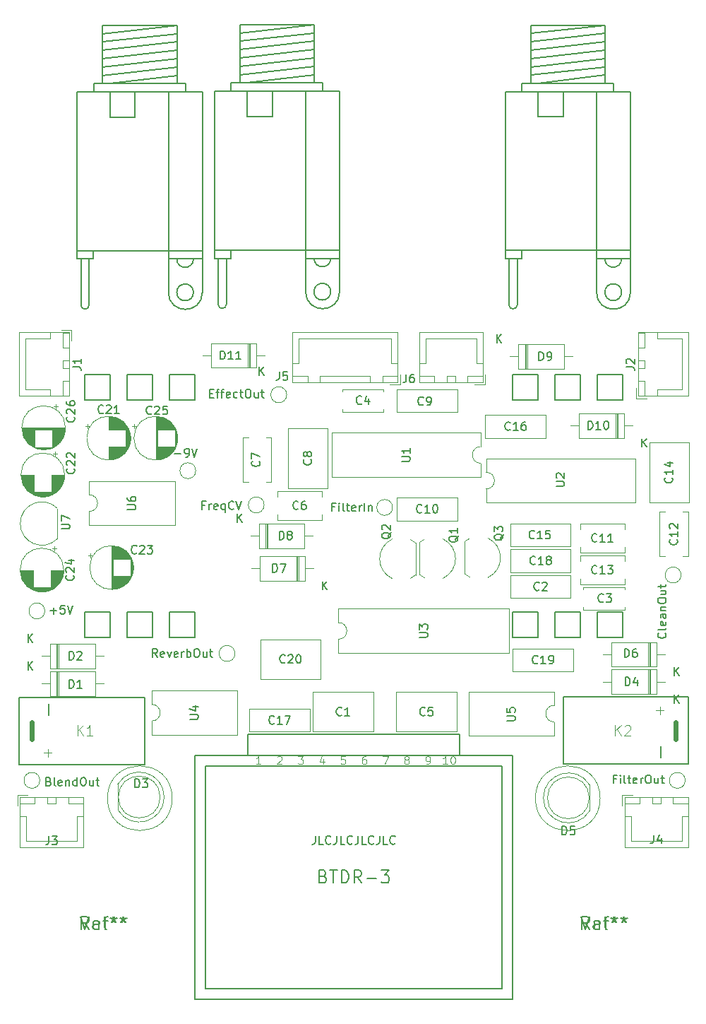
<source format=gbr>
G04 #@! TF.GenerationSoftware,KiCad,Pcbnew,(5.1.5-0-10_14)*
G04 #@! TF.CreationDate,2021-09-10T16:38:47+02:00*
G04 #@! TF.ProjectId,ms20verb,6d733230-7665-4726-922e-6b696361645f,rev?*
G04 #@! TF.SameCoordinates,Original*
G04 #@! TF.FileFunction,Legend,Top*
G04 #@! TF.FilePolarity,Positive*
%FSLAX46Y46*%
G04 Gerber Fmt 4.6, Leading zero omitted, Abs format (unit mm)*
G04 Created by KiCad (PCBNEW (5.1.5-0-10_14)) date 2021-09-10 16:38:47*
%MOMM*%
%LPD*%
G04 APERTURE LIST*
%ADD10C,0.150000*%
%ADD11C,0.120000*%
%ADD12C,0.127000*%
%ADD13C,0.609600*%
%ADD14C,0.101600*%
%ADD15C,0.154432*%
%ADD16C,0.081280*%
G04 APERTURE END LIST*
D10*
X95380952Y-133752380D02*
X95380952Y-134466666D01*
X95333333Y-134609523D01*
X95238095Y-134704761D01*
X95095238Y-134752380D01*
X95000000Y-134752380D01*
X96333333Y-134752380D02*
X95857142Y-134752380D01*
X95857142Y-133752380D01*
X97238095Y-134657142D02*
X97190476Y-134704761D01*
X97047619Y-134752380D01*
X96952380Y-134752380D01*
X96809523Y-134704761D01*
X96714285Y-134609523D01*
X96666666Y-134514285D01*
X96619047Y-134323809D01*
X96619047Y-134180952D01*
X96666666Y-133990476D01*
X96714285Y-133895238D01*
X96809523Y-133800000D01*
X96952380Y-133752380D01*
X97047619Y-133752380D01*
X97190476Y-133800000D01*
X97238095Y-133847619D01*
X97952380Y-133752380D02*
X97952380Y-134466666D01*
X97904761Y-134609523D01*
X97809523Y-134704761D01*
X97666666Y-134752380D01*
X97571428Y-134752380D01*
X98904761Y-134752380D02*
X98428571Y-134752380D01*
X98428571Y-133752380D01*
X99809523Y-134657142D02*
X99761904Y-134704761D01*
X99619047Y-134752380D01*
X99523809Y-134752380D01*
X99380952Y-134704761D01*
X99285714Y-134609523D01*
X99238095Y-134514285D01*
X99190476Y-134323809D01*
X99190476Y-134180952D01*
X99238095Y-133990476D01*
X99285714Y-133895238D01*
X99380952Y-133800000D01*
X99523809Y-133752380D01*
X99619047Y-133752380D01*
X99761904Y-133800000D01*
X99809523Y-133847619D01*
X100523809Y-133752380D02*
X100523809Y-134466666D01*
X100476190Y-134609523D01*
X100380952Y-134704761D01*
X100238095Y-134752380D01*
X100142857Y-134752380D01*
X101476190Y-134752380D02*
X101000000Y-134752380D01*
X101000000Y-133752380D01*
X102380952Y-134657142D02*
X102333333Y-134704761D01*
X102190476Y-134752380D01*
X102095238Y-134752380D01*
X101952380Y-134704761D01*
X101857142Y-134609523D01*
X101809523Y-134514285D01*
X101761904Y-134323809D01*
X101761904Y-134180952D01*
X101809523Y-133990476D01*
X101857142Y-133895238D01*
X101952380Y-133800000D01*
X102095238Y-133752380D01*
X102190476Y-133752380D01*
X102333333Y-133800000D01*
X102380952Y-133847619D01*
X103095238Y-133752380D02*
X103095238Y-134466666D01*
X103047619Y-134609523D01*
X102952380Y-134704761D01*
X102809523Y-134752380D01*
X102714285Y-134752380D01*
X104047619Y-134752380D02*
X103571428Y-134752380D01*
X103571428Y-133752380D01*
X104952380Y-134657142D02*
X104904761Y-134704761D01*
X104761904Y-134752380D01*
X104666666Y-134752380D01*
X104523809Y-134704761D01*
X104428571Y-134609523D01*
X104380952Y-134514285D01*
X104333333Y-134323809D01*
X104333333Y-134180952D01*
X104380952Y-133990476D01*
X104428571Y-133895238D01*
X104523809Y-133800000D01*
X104666666Y-133752380D01*
X104761904Y-133752380D01*
X104904761Y-133800000D01*
X104952380Y-133847619D01*
D11*
X78223117Y-129243117D02*
G75*
G03X78223117Y-129243117I-3883117J0D01*
G01*
X129543117Y-129243117D02*
G75*
G03X129543117Y-129243117I-3883117J0D01*
G01*
X113887736Y-102742383D02*
G75*
G02X113300000Y-102350000I1112264J2302383D01*
G01*
X116098807Y-102796400D02*
G75*
G03X117600000Y-100440000I-1098807J2356400D01*
G01*
X116098807Y-98083600D02*
G75*
G02X117600000Y-100440000I-1098807J-2356400D01*
G01*
X113877955Y-98117369D02*
G75*
G03X113300000Y-98500000I1122045J-2322631D01*
G01*
X113300000Y-98500000D02*
X113300000Y-102350000D01*
X88340000Y-77670000D02*
X88340000Y-74730000D01*
X88340000Y-74730000D02*
X82900000Y-74730000D01*
X82900000Y-74730000D02*
X82900000Y-77670000D01*
X82900000Y-77670000D02*
X88340000Y-77670000D01*
X89360000Y-76200000D02*
X88340000Y-76200000D01*
X81880000Y-76200000D02*
X82900000Y-76200000D01*
X87440000Y-77670000D02*
X87440000Y-74730000D01*
X87320000Y-77670000D02*
X87320000Y-74730000D01*
X87560000Y-77670000D02*
X87560000Y-74730000D01*
X119080000Y-114070000D02*
X119080000Y-111330000D01*
X126320000Y-114070000D02*
X126320000Y-111330000D01*
X126320000Y-111330000D02*
X119080000Y-111330000D01*
X126320000Y-114070000D02*
X119080000Y-114070000D01*
X96020000Y-110230000D02*
X96020000Y-114970000D01*
X88780000Y-110230000D02*
X88780000Y-114970000D01*
X88780000Y-114970000D02*
X96020000Y-114970000D01*
X88780000Y-110230000D02*
X96020000Y-110230000D01*
X112420000Y-80230000D02*
X112420000Y-82970000D01*
X105180000Y-80230000D02*
X105180000Y-82970000D01*
X105180000Y-82970000D02*
X112420000Y-82970000D01*
X105180000Y-80230000D02*
X112420000Y-80230000D01*
X132200000Y-128850000D02*
X132200000Y-130100000D01*
X133450000Y-128850000D02*
X132200000Y-128850000D01*
X139350000Y-134350000D02*
X136300000Y-134350000D01*
X139350000Y-131400000D02*
X139350000Y-134350000D01*
X140100000Y-131400000D02*
X139350000Y-131400000D01*
X133250000Y-134350000D02*
X136300000Y-134350000D01*
X133250000Y-131400000D02*
X133250000Y-134350000D01*
X132500000Y-131400000D02*
X133250000Y-131400000D01*
X140100000Y-129150000D02*
X138300000Y-129150000D01*
X140100000Y-129900000D02*
X140100000Y-129150000D01*
X138300000Y-129900000D02*
X140100000Y-129900000D01*
X138300000Y-129150000D02*
X138300000Y-129900000D01*
X134300000Y-129150000D02*
X132500000Y-129150000D01*
X134300000Y-129900000D02*
X134300000Y-129150000D01*
X132500000Y-129900000D02*
X134300000Y-129900000D01*
X132500000Y-129150000D02*
X132500000Y-129900000D01*
X136800000Y-129150000D02*
X135800000Y-129150000D01*
X136800000Y-129900000D02*
X136800000Y-129150000D01*
X135800000Y-129900000D02*
X136800000Y-129900000D01*
X135800000Y-129150000D02*
X135800000Y-129900000D01*
X140110000Y-129140000D02*
X132490000Y-129140000D01*
X140110000Y-135110000D02*
X140110000Y-129140000D01*
X132490000Y-135110000D02*
X140110000Y-135110000D01*
X132490000Y-129140000D02*
X132490000Y-135110000D01*
X139750000Y-127100000D02*
G75*
G03X139750000Y-127100000I-950000J0D01*
G01*
X59940000Y-129140000D02*
X59940000Y-135110000D01*
X59940000Y-135110000D02*
X67560000Y-135110000D01*
X67560000Y-135110000D02*
X67560000Y-129140000D01*
X67560000Y-129140000D02*
X59940000Y-129140000D01*
X63250000Y-129150000D02*
X63250000Y-129900000D01*
X63250000Y-129900000D02*
X64250000Y-129900000D01*
X64250000Y-129900000D02*
X64250000Y-129150000D01*
X64250000Y-129150000D02*
X63250000Y-129150000D01*
X59950000Y-129150000D02*
X59950000Y-129900000D01*
X59950000Y-129900000D02*
X61750000Y-129900000D01*
X61750000Y-129900000D02*
X61750000Y-129150000D01*
X61750000Y-129150000D02*
X59950000Y-129150000D01*
X65750000Y-129150000D02*
X65750000Y-129900000D01*
X65750000Y-129900000D02*
X67550000Y-129900000D01*
X67550000Y-129900000D02*
X67550000Y-129150000D01*
X67550000Y-129150000D02*
X65750000Y-129150000D01*
X59950000Y-131400000D02*
X60700000Y-131400000D01*
X60700000Y-131400000D02*
X60700000Y-134350000D01*
X60700000Y-134350000D02*
X63750000Y-134350000D01*
X67550000Y-131400000D02*
X66800000Y-131400000D01*
X66800000Y-131400000D02*
X66800000Y-134350000D01*
X66800000Y-134350000D02*
X63750000Y-134350000D01*
X60900000Y-128850000D02*
X59650000Y-128850000D01*
X59650000Y-128850000D02*
X59650000Y-130100000D01*
X123020000Y-83330000D02*
X123020000Y-86070000D01*
X115780000Y-83330000D02*
X115780000Y-86070000D01*
X115780000Y-86070000D02*
X123020000Y-86070000D01*
X115780000Y-83330000D02*
X123020000Y-83330000D01*
X132470000Y-102955000D02*
X132470000Y-103621000D01*
X132470000Y-100179000D02*
X132470000Y-100845000D01*
X127130000Y-102955000D02*
X127130000Y-103621000D01*
X127130000Y-100179000D02*
X127130000Y-100845000D01*
X127130000Y-103621000D02*
X132470000Y-103621000D01*
X127130000Y-100179000D02*
X132470000Y-100179000D01*
X118780000Y-99070000D02*
X118780000Y-96330000D01*
X126020000Y-99070000D02*
X126020000Y-96330000D01*
X126020000Y-96330000D02*
X118780000Y-96330000D01*
X126020000Y-99070000D02*
X118780000Y-99070000D01*
X140170000Y-93820000D02*
X135430000Y-93820000D01*
X140170000Y-86580000D02*
X135430000Y-86580000D01*
X135430000Y-86580000D02*
X135430000Y-93820000D01*
X140170000Y-86580000D02*
X140170000Y-93820000D01*
X105260000Y-79410000D02*
X105260000Y-73440000D01*
X105260000Y-73440000D02*
X92640000Y-73440000D01*
X92640000Y-73440000D02*
X92640000Y-79410000D01*
X92640000Y-79410000D02*
X105260000Y-79410000D01*
X101950000Y-79400000D02*
X101950000Y-78650000D01*
X101950000Y-78650000D02*
X95950000Y-78650000D01*
X95950000Y-78650000D02*
X95950000Y-79400000D01*
X95950000Y-79400000D02*
X101950000Y-79400000D01*
X105250000Y-79400000D02*
X105250000Y-78650000D01*
X105250000Y-78650000D02*
X103450000Y-78650000D01*
X103450000Y-78650000D02*
X103450000Y-79400000D01*
X103450000Y-79400000D02*
X105250000Y-79400000D01*
X94450000Y-79400000D02*
X94450000Y-78650000D01*
X94450000Y-78650000D02*
X92650000Y-78650000D01*
X92650000Y-78650000D02*
X92650000Y-79400000D01*
X92650000Y-79400000D02*
X94450000Y-79400000D01*
X105250000Y-77150000D02*
X104500000Y-77150000D01*
X104500000Y-77150000D02*
X104500000Y-74200000D01*
X104500000Y-74200000D02*
X98950000Y-74200000D01*
X92650000Y-77150000D02*
X93400000Y-77150000D01*
X93400000Y-77150000D02*
X93400000Y-74200000D01*
X93400000Y-74200000D02*
X98950000Y-74200000D01*
X104300000Y-79700000D02*
X105550000Y-79700000D01*
X105550000Y-79700000D02*
X105550000Y-78450000D01*
X115460000Y-79410000D02*
X115460000Y-73440000D01*
X115460000Y-73440000D02*
X107840000Y-73440000D01*
X107840000Y-73440000D02*
X107840000Y-79410000D01*
X107840000Y-79410000D02*
X115460000Y-79410000D01*
X112150000Y-79400000D02*
X112150000Y-78650000D01*
X112150000Y-78650000D02*
X111150000Y-78650000D01*
X111150000Y-78650000D02*
X111150000Y-79400000D01*
X111150000Y-79400000D02*
X112150000Y-79400000D01*
X115450000Y-79400000D02*
X115450000Y-78650000D01*
X115450000Y-78650000D02*
X113650000Y-78650000D01*
X113650000Y-78650000D02*
X113650000Y-79400000D01*
X113650000Y-79400000D02*
X115450000Y-79400000D01*
X109650000Y-79400000D02*
X109650000Y-78650000D01*
X109650000Y-78650000D02*
X107850000Y-78650000D01*
X107850000Y-78650000D02*
X107850000Y-79400000D01*
X107850000Y-79400000D02*
X109650000Y-79400000D01*
X115450000Y-77150000D02*
X114700000Y-77150000D01*
X114700000Y-77150000D02*
X114700000Y-74200000D01*
X114700000Y-74200000D02*
X111650000Y-74200000D01*
X107850000Y-77150000D02*
X108600000Y-77150000D01*
X108600000Y-77150000D02*
X108600000Y-74200000D01*
X108600000Y-74200000D02*
X111650000Y-74200000D01*
X114500000Y-79700000D02*
X115750000Y-79700000D01*
X115750000Y-79700000D02*
X115750000Y-78450000D01*
X65860000Y-73440000D02*
X59890000Y-73440000D01*
X59890000Y-73440000D02*
X59890000Y-81060000D01*
X59890000Y-81060000D02*
X65860000Y-81060000D01*
X65860000Y-81060000D02*
X65860000Y-73440000D01*
X65850000Y-76750000D02*
X65100000Y-76750000D01*
X65100000Y-76750000D02*
X65100000Y-77750000D01*
X65100000Y-77750000D02*
X65850000Y-77750000D01*
X65850000Y-77750000D02*
X65850000Y-76750000D01*
X65850000Y-73450000D02*
X65100000Y-73450000D01*
X65100000Y-73450000D02*
X65100000Y-75250000D01*
X65100000Y-75250000D02*
X65850000Y-75250000D01*
X65850000Y-75250000D02*
X65850000Y-73450000D01*
X65850000Y-79250000D02*
X65100000Y-79250000D01*
X65100000Y-79250000D02*
X65100000Y-81050000D01*
X65100000Y-81050000D02*
X65850000Y-81050000D01*
X65850000Y-81050000D02*
X65850000Y-79250000D01*
X63600000Y-73450000D02*
X63600000Y-74200000D01*
X63600000Y-74200000D02*
X60650000Y-74200000D01*
X60650000Y-74200000D02*
X60650000Y-77250000D01*
X63600000Y-81050000D02*
X63600000Y-80300000D01*
X63600000Y-80300000D02*
X60650000Y-80300000D01*
X60650000Y-80300000D02*
X60650000Y-77250000D01*
X66150000Y-74400000D02*
X66150000Y-73150000D01*
X66150000Y-73150000D02*
X64900000Y-73150000D01*
D12*
X132264000Y-109944000D02*
X132264000Y-106896000D01*
X129216000Y-109944000D02*
X132264000Y-109944000D01*
X129216000Y-106896000D02*
X129216000Y-109944000D01*
X127184000Y-109944000D02*
X127184000Y-106896000D01*
X124136000Y-109944000D02*
X127184000Y-109944000D01*
X124136000Y-106896000D02*
X124136000Y-109944000D01*
X122104000Y-109944000D02*
X122104000Y-106896000D01*
X119056000Y-109944000D02*
X122104000Y-109944000D01*
X119056000Y-106896000D02*
X119056000Y-109944000D01*
X129216000Y-106896000D02*
X132264000Y-106896000D01*
X124136000Y-106896000D02*
X127184000Y-106896000D01*
X119056000Y-106896000D02*
X122104000Y-106896000D01*
D11*
X126020000Y-99430000D02*
X126020000Y-102170000D01*
X118780000Y-99430000D02*
X118780000Y-102170000D01*
X118780000Y-102170000D02*
X126020000Y-102170000D01*
X118780000Y-99430000D02*
X126020000Y-99430000D01*
X132470000Y-106355000D02*
X132470000Y-106670000D01*
X132470000Y-103930000D02*
X132470000Y-104245000D01*
X127530000Y-106355000D02*
X127530000Y-106670000D01*
X127530000Y-103930000D02*
X127530000Y-104245000D01*
X127530000Y-106670000D02*
X132470000Y-106670000D01*
X127530000Y-103930000D02*
X132470000Y-103930000D01*
X103570000Y-82655000D02*
X103570000Y-82970000D01*
X103570000Y-80230000D02*
X103570000Y-80545000D01*
X98630000Y-82655000D02*
X98630000Y-82970000D01*
X98630000Y-80230000D02*
X98630000Y-80545000D01*
X98630000Y-82970000D02*
X103570000Y-82970000D01*
X98630000Y-80230000D02*
X103570000Y-80230000D01*
X133850000Y-81350000D02*
X135100000Y-81350000D01*
X133850000Y-80100000D02*
X133850000Y-81350000D01*
X139350000Y-74200000D02*
X139350000Y-77250000D01*
X136400000Y-74200000D02*
X139350000Y-74200000D01*
X136400000Y-73450000D02*
X136400000Y-74200000D01*
X139350000Y-80300000D02*
X139350000Y-77250000D01*
X136400000Y-80300000D02*
X139350000Y-80300000D01*
X136400000Y-81050000D02*
X136400000Y-80300000D01*
X134150000Y-73450000D02*
X134150000Y-75250000D01*
X134900000Y-73450000D02*
X134150000Y-73450000D01*
X134900000Y-75250000D02*
X134900000Y-73450000D01*
X134150000Y-75250000D02*
X134900000Y-75250000D01*
X134150000Y-79250000D02*
X134150000Y-81050000D01*
X134900000Y-79250000D02*
X134150000Y-79250000D01*
X134900000Y-81050000D02*
X134900000Y-79250000D01*
X134150000Y-81050000D02*
X134900000Y-81050000D01*
X134150000Y-76750000D02*
X134150000Y-77750000D01*
X134900000Y-76750000D02*
X134150000Y-76750000D01*
X134900000Y-77750000D02*
X134900000Y-76750000D01*
X134150000Y-77750000D02*
X134900000Y-77750000D01*
X134140000Y-73440000D02*
X134140000Y-81060000D01*
X140110000Y-73440000D02*
X134140000Y-73440000D01*
X140110000Y-81060000D02*
X140110000Y-73440000D01*
X134140000Y-81060000D02*
X140110000Y-81060000D01*
D12*
X80944000Y-109944000D02*
X80944000Y-106896000D01*
X77896000Y-109944000D02*
X80944000Y-109944000D01*
X77896000Y-106896000D02*
X77896000Y-109944000D01*
X75864000Y-109944000D02*
X75864000Y-106896000D01*
X72816000Y-109944000D02*
X75864000Y-109944000D01*
X72816000Y-106896000D02*
X72816000Y-109944000D01*
X70784000Y-109944000D02*
X70784000Y-106896000D01*
X67736000Y-109944000D02*
X70784000Y-109944000D01*
X67736000Y-106896000D02*
X67736000Y-109944000D01*
X77896000Y-106896000D02*
X80944000Y-106896000D01*
X72816000Y-106896000D02*
X75864000Y-106896000D01*
X67736000Y-106896000D02*
X70784000Y-106896000D01*
D11*
X96170000Y-95255000D02*
X96170000Y-95921000D01*
X96170000Y-92479000D02*
X96170000Y-93145000D01*
X90830000Y-95255000D02*
X90830000Y-95921000D01*
X90830000Y-92479000D02*
X90830000Y-93145000D01*
X90830000Y-95921000D02*
X96170000Y-95921000D01*
X90830000Y-92479000D02*
X96170000Y-92479000D01*
X132470000Y-99155000D02*
X132470000Y-99821000D01*
X132470000Y-96379000D02*
X132470000Y-97045000D01*
X127130000Y-99155000D02*
X127130000Y-99821000D01*
X127130000Y-96379000D02*
X127130000Y-97045000D01*
X127130000Y-99821000D02*
X132470000Y-99821000D01*
X127130000Y-96379000D02*
X132470000Y-96379000D01*
X92130000Y-84880000D02*
X96870000Y-84880000D01*
X92130000Y-92120000D02*
X96870000Y-92120000D01*
X96870000Y-92120000D02*
X96870000Y-84880000D01*
X92130000Y-92120000D02*
X92130000Y-84880000D01*
X105180000Y-95970000D02*
X105180000Y-93230000D01*
X112420000Y-95970000D02*
X112420000Y-93230000D01*
X112420000Y-93230000D02*
X105180000Y-93230000D01*
X112420000Y-95970000D02*
X105180000Y-95970000D01*
X65420000Y-84850000D02*
G75*
G03X65420000Y-84850000I-2620000J0D01*
G01*
X65380000Y-84850000D02*
X60220000Y-84850000D01*
X65380000Y-84890000D02*
X60220000Y-84890000D01*
X65379000Y-84930000D02*
X60221000Y-84930000D01*
X65378000Y-84970000D02*
X60222000Y-84970000D01*
X65376000Y-85010000D02*
X60224000Y-85010000D01*
X65373000Y-85050000D02*
X60227000Y-85050000D01*
X65369000Y-85090000D02*
X63840000Y-85090000D01*
X61760000Y-85090000D02*
X60231000Y-85090000D01*
X65365000Y-85130000D02*
X63840000Y-85130000D01*
X61760000Y-85130000D02*
X60235000Y-85130000D01*
X65361000Y-85170000D02*
X63840000Y-85170000D01*
X61760000Y-85170000D02*
X60239000Y-85170000D01*
X65356000Y-85210000D02*
X63840000Y-85210000D01*
X61760000Y-85210000D02*
X60244000Y-85210000D01*
X65350000Y-85250000D02*
X63840000Y-85250000D01*
X61760000Y-85250000D02*
X60250000Y-85250000D01*
X65343000Y-85290000D02*
X63840000Y-85290000D01*
X61760000Y-85290000D02*
X60257000Y-85290000D01*
X65336000Y-85330000D02*
X63840000Y-85330000D01*
X61760000Y-85330000D02*
X60264000Y-85330000D01*
X65328000Y-85370000D02*
X63840000Y-85370000D01*
X61760000Y-85370000D02*
X60272000Y-85370000D01*
X65320000Y-85410000D02*
X63840000Y-85410000D01*
X61760000Y-85410000D02*
X60280000Y-85410000D01*
X65311000Y-85450000D02*
X63840000Y-85450000D01*
X61760000Y-85450000D02*
X60289000Y-85450000D01*
X65301000Y-85490000D02*
X63840000Y-85490000D01*
X61760000Y-85490000D02*
X60299000Y-85490000D01*
X65291000Y-85530000D02*
X63840000Y-85530000D01*
X61760000Y-85530000D02*
X60309000Y-85530000D01*
X65280000Y-85571000D02*
X63840000Y-85571000D01*
X61760000Y-85571000D02*
X60320000Y-85571000D01*
X65268000Y-85611000D02*
X63840000Y-85611000D01*
X61760000Y-85611000D02*
X60332000Y-85611000D01*
X65255000Y-85651000D02*
X63840000Y-85651000D01*
X61760000Y-85651000D02*
X60345000Y-85651000D01*
X65242000Y-85691000D02*
X63840000Y-85691000D01*
X61760000Y-85691000D02*
X60358000Y-85691000D01*
X65228000Y-85731000D02*
X63840000Y-85731000D01*
X61760000Y-85731000D02*
X60372000Y-85731000D01*
X65214000Y-85771000D02*
X63840000Y-85771000D01*
X61760000Y-85771000D02*
X60386000Y-85771000D01*
X65198000Y-85811000D02*
X63840000Y-85811000D01*
X61760000Y-85811000D02*
X60402000Y-85811000D01*
X65182000Y-85851000D02*
X63840000Y-85851000D01*
X61760000Y-85851000D02*
X60418000Y-85851000D01*
X65165000Y-85891000D02*
X63840000Y-85891000D01*
X61760000Y-85891000D02*
X60435000Y-85891000D01*
X65148000Y-85931000D02*
X63840000Y-85931000D01*
X61760000Y-85931000D02*
X60452000Y-85931000D01*
X65129000Y-85971000D02*
X63840000Y-85971000D01*
X61760000Y-85971000D02*
X60471000Y-85971000D01*
X65110000Y-86011000D02*
X63840000Y-86011000D01*
X61760000Y-86011000D02*
X60490000Y-86011000D01*
X65090000Y-86051000D02*
X63840000Y-86051000D01*
X61760000Y-86051000D02*
X60510000Y-86051000D01*
X65068000Y-86091000D02*
X63840000Y-86091000D01*
X61760000Y-86091000D02*
X60532000Y-86091000D01*
X65047000Y-86131000D02*
X63840000Y-86131000D01*
X61760000Y-86131000D02*
X60553000Y-86131000D01*
X65024000Y-86171000D02*
X63840000Y-86171000D01*
X61760000Y-86171000D02*
X60576000Y-86171000D01*
X65000000Y-86211000D02*
X63840000Y-86211000D01*
X61760000Y-86211000D02*
X60600000Y-86211000D01*
X64975000Y-86251000D02*
X63840000Y-86251000D01*
X61760000Y-86251000D02*
X60625000Y-86251000D01*
X64949000Y-86291000D02*
X63840000Y-86291000D01*
X61760000Y-86291000D02*
X60651000Y-86291000D01*
X64922000Y-86331000D02*
X63840000Y-86331000D01*
X61760000Y-86331000D02*
X60678000Y-86331000D01*
X64895000Y-86371000D02*
X63840000Y-86371000D01*
X61760000Y-86371000D02*
X60705000Y-86371000D01*
X64865000Y-86411000D02*
X63840000Y-86411000D01*
X61760000Y-86411000D02*
X60735000Y-86411000D01*
X64835000Y-86451000D02*
X63840000Y-86451000D01*
X61760000Y-86451000D02*
X60765000Y-86451000D01*
X64804000Y-86491000D02*
X63840000Y-86491000D01*
X61760000Y-86491000D02*
X60796000Y-86491000D01*
X64771000Y-86531000D02*
X63840000Y-86531000D01*
X61760000Y-86531000D02*
X60829000Y-86531000D01*
X64737000Y-86571000D02*
X63840000Y-86571000D01*
X61760000Y-86571000D02*
X60863000Y-86571000D01*
X64701000Y-86611000D02*
X63840000Y-86611000D01*
X61760000Y-86611000D02*
X60899000Y-86611000D01*
X64664000Y-86651000D02*
X63840000Y-86651000D01*
X61760000Y-86651000D02*
X60936000Y-86651000D01*
X64626000Y-86691000D02*
X63840000Y-86691000D01*
X61760000Y-86691000D02*
X60974000Y-86691000D01*
X64585000Y-86731000D02*
X63840000Y-86731000D01*
X61760000Y-86731000D02*
X61015000Y-86731000D01*
X64543000Y-86771000D02*
X63840000Y-86771000D01*
X61760000Y-86771000D02*
X61057000Y-86771000D01*
X64499000Y-86811000D02*
X63840000Y-86811000D01*
X61760000Y-86811000D02*
X61101000Y-86811000D01*
X64453000Y-86851000D02*
X63840000Y-86851000D01*
X61760000Y-86851000D02*
X61147000Y-86851000D01*
X64405000Y-86891000D02*
X63840000Y-86891000D01*
X61760000Y-86891000D02*
X61195000Y-86891000D01*
X64354000Y-86931000D02*
X63840000Y-86931000D01*
X61760000Y-86931000D02*
X61246000Y-86931000D01*
X64300000Y-86971000D02*
X63840000Y-86971000D01*
X61760000Y-86971000D02*
X61300000Y-86971000D01*
X64243000Y-87011000D02*
X63840000Y-87011000D01*
X61760000Y-87011000D02*
X61357000Y-87011000D01*
X64183000Y-87051000D02*
X63840000Y-87051000D01*
X61760000Y-87051000D02*
X61417000Y-87051000D01*
X64119000Y-87091000D02*
X63840000Y-87091000D01*
X61760000Y-87091000D02*
X61481000Y-87091000D01*
X64051000Y-87131000D02*
X63840000Y-87131000D01*
X61760000Y-87131000D02*
X61549000Y-87131000D01*
X63978000Y-87171000D02*
X61622000Y-87171000D01*
X63898000Y-87211000D02*
X61702000Y-87211000D01*
X63811000Y-87251000D02*
X61789000Y-87251000D01*
X63715000Y-87291000D02*
X61885000Y-87291000D01*
X63605000Y-87331000D02*
X61995000Y-87331000D01*
X63477000Y-87371000D02*
X62123000Y-87371000D01*
X63318000Y-87411000D02*
X62282000Y-87411000D01*
X63084000Y-87451000D02*
X62516000Y-87451000D01*
X64275000Y-82045225D02*
X64275000Y-82545225D01*
X64525000Y-82295225D02*
X64025000Y-82295225D01*
X93360000Y-103170000D02*
X93360000Y-100230000D01*
X93120000Y-103170000D02*
X93120000Y-100230000D01*
X93240000Y-103170000D02*
X93240000Y-100230000D01*
X87680000Y-101700000D02*
X88700000Y-101700000D01*
X95160000Y-101700000D02*
X94140000Y-101700000D01*
X88700000Y-103170000D02*
X94140000Y-103170000D01*
X88700000Y-100230000D02*
X88700000Y-103170000D01*
X94140000Y-100230000D02*
X88700000Y-100230000D01*
X94140000Y-103170000D02*
X94140000Y-100230000D01*
X89440000Y-96330000D02*
X89440000Y-99270000D01*
X89680000Y-96330000D02*
X89680000Y-99270000D01*
X89560000Y-96330000D02*
X89560000Y-99270000D01*
X95120000Y-97800000D02*
X94100000Y-97800000D01*
X87640000Y-97800000D02*
X88660000Y-97800000D01*
X94100000Y-96330000D02*
X88660000Y-96330000D01*
X94100000Y-99270000D02*
X94100000Y-96330000D01*
X88660000Y-99270000D02*
X94100000Y-99270000D01*
X88660000Y-96330000D02*
X88660000Y-99270000D01*
X120540000Y-74830000D02*
X120540000Y-77770000D01*
X120780000Y-74830000D02*
X120780000Y-77770000D01*
X120660000Y-74830000D02*
X120660000Y-77770000D01*
X126220000Y-76300000D02*
X125200000Y-76300000D01*
X118740000Y-76300000D02*
X119760000Y-76300000D01*
X125200000Y-74830000D02*
X119760000Y-74830000D01*
X125200000Y-77770000D02*
X125200000Y-74830000D01*
X119760000Y-77770000D02*
X125200000Y-77770000D01*
X119760000Y-74830000D02*
X119760000Y-77770000D01*
X131660000Y-86070000D02*
X131660000Y-83130000D01*
X131420000Y-86070000D02*
X131420000Y-83130000D01*
X131540000Y-86070000D02*
X131540000Y-83130000D01*
X125980000Y-84600000D02*
X127000000Y-84600000D01*
X133460000Y-84600000D02*
X132440000Y-84600000D01*
X127000000Y-86070000D02*
X132440000Y-86070000D01*
X127000000Y-83130000D02*
X127000000Y-86070000D01*
X132440000Y-83130000D02*
X127000000Y-83130000D01*
X132440000Y-86070000D02*
X132440000Y-83130000D01*
D13*
X138600000Y-120144000D02*
X138600000Y-122176000D01*
D12*
X125100000Y-125120000D02*
X140100000Y-125120000D01*
X125100000Y-117120000D02*
X125100000Y-125120000D01*
X140100000Y-117120000D02*
X125100000Y-117120000D01*
X140100000Y-125120000D02*
X140100000Y-117120000D01*
D13*
X61400000Y-122176000D02*
X61400000Y-120144000D01*
D12*
X74900000Y-117200000D02*
X59900000Y-117200000D01*
X74900000Y-125200000D02*
X74900000Y-117200000D01*
X59900000Y-125200000D02*
X74900000Y-125200000D01*
X59900000Y-117200000D02*
X59900000Y-125200000D01*
D11*
X108487736Y-102842383D02*
G75*
G02X107900000Y-102450000I1112264J2302383D01*
G01*
X110698807Y-102896400D02*
G75*
G03X112200000Y-100540000I-1098807J2356400D01*
G01*
X110698807Y-98183600D02*
G75*
G02X112200000Y-100540000I-1098807J-2356400D01*
G01*
X108477955Y-98217369D02*
G75*
G03X107900000Y-98600000I1122045J-2322631D01*
G01*
X107900000Y-98600000D02*
X107900000Y-102450000D01*
X106812264Y-98257617D02*
G75*
G02X107400000Y-98650000I-1112264J-2302383D01*
G01*
X104601193Y-98203600D02*
G75*
G03X103100000Y-100560000I1098807J-2356400D01*
G01*
X104601193Y-102916400D02*
G75*
G02X103100000Y-100560000I1098807J2356400D01*
G01*
X106822045Y-102882631D02*
G75*
G03X107400000Y-102500000I-1122045J2322631D01*
G01*
X107400000Y-102500000D02*
X107400000Y-98650000D01*
X91950000Y-80900000D02*
G75*
G03X91950000Y-80900000I-950000J0D01*
G01*
X64450000Y-98130000D02*
X64450000Y-94530000D01*
X64438478Y-98168478D02*
G75*
G02X60000000Y-96330000I-1838478J1838478D01*
G01*
X64438478Y-94491522D02*
G75*
G03X60000000Y-96330000I-1838478J-1838478D01*
G01*
X137345000Y-100270000D02*
X136679000Y-100270000D01*
X140121000Y-100270000D02*
X139455000Y-100270000D01*
X137345000Y-94930000D02*
X136679000Y-94930000D01*
X140121000Y-94930000D02*
X139455000Y-94930000D01*
X136679000Y-94930000D02*
X136679000Y-100270000D01*
X140121000Y-94930000D02*
X140121000Y-100270000D01*
X118780000Y-105270000D02*
X118780000Y-102530000D01*
X126020000Y-105270000D02*
X126020000Y-102530000D01*
X126020000Y-102530000D02*
X118780000Y-102530000D01*
X126020000Y-105270000D02*
X118780000Y-105270000D01*
X115230000Y-90760000D02*
X115230000Y-89110000D01*
X97330000Y-90760000D02*
X115230000Y-90760000D01*
X97330000Y-85460000D02*
X97330000Y-90760000D01*
X115230000Y-85460000D02*
X97330000Y-85460000D01*
X115230000Y-87110000D02*
X115230000Y-85460000D01*
X115230000Y-89110000D02*
G75*
G02X115230000Y-87110000I0J1000000D01*
G01*
X115870000Y-88540000D02*
X115870000Y-90190000D01*
X133770000Y-88540000D02*
X115870000Y-88540000D01*
X133770000Y-93840000D02*
X133770000Y-88540000D01*
X115870000Y-93840000D02*
X133770000Y-93840000D01*
X115870000Y-92190000D02*
X115870000Y-93840000D01*
X115870000Y-90190000D02*
G75*
G02X115870000Y-92190000I0J-1000000D01*
G01*
X98170000Y-106540000D02*
X98170000Y-108190000D01*
X118610000Y-106540000D02*
X98170000Y-106540000D01*
X118610000Y-111840000D02*
X118610000Y-106540000D01*
X98170000Y-111840000D02*
X118610000Y-111840000D01*
X98170000Y-110190000D02*
X98170000Y-111840000D01*
X98170000Y-108190000D02*
G75*
G02X98170000Y-110190000I0J-1000000D01*
G01*
X68270000Y-92890000D02*
G75*
G02X68270000Y-94890000I0J-1000000D01*
G01*
X68270000Y-94890000D02*
X68270000Y-96540000D01*
X68270000Y-96540000D02*
X78550000Y-96540000D01*
X78550000Y-96540000D02*
X78550000Y-91240000D01*
X78550000Y-91240000D02*
X68270000Y-91240000D01*
X68270000Y-91240000D02*
X68270000Y-92890000D01*
X75770000Y-116340000D02*
X75770000Y-117990000D01*
X86050000Y-116340000D02*
X75770000Y-116340000D01*
X86050000Y-121640000D02*
X86050000Y-116340000D01*
X75770000Y-121640000D02*
X86050000Y-121640000D01*
X75770000Y-119990000D02*
X75770000Y-121640000D01*
X75770000Y-117990000D02*
G75*
G02X75770000Y-119990000I0J-1000000D01*
G01*
X124030000Y-121760000D02*
X124030000Y-120110000D01*
X113750000Y-121760000D02*
X124030000Y-121760000D01*
X113750000Y-116460000D02*
X113750000Y-121760000D01*
X124030000Y-116460000D02*
X113750000Y-116460000D01*
X124030000Y-118110000D02*
X124030000Y-116460000D01*
X124030000Y-120110000D02*
G75*
G02X124030000Y-118110000I0J1000000D01*
G01*
X81050000Y-90000000D02*
G75*
G03X81050000Y-90000000I-950000J0D01*
G01*
X62950000Y-106800000D02*
G75*
G03X62950000Y-106800000I-950000J0D01*
G01*
X85750000Y-111900000D02*
G75*
G03X85750000Y-111900000I-950000J0D01*
G01*
X89250000Y-94100000D02*
G75*
G03X89250000Y-94100000I-950000J0D01*
G01*
X62350000Y-127100000D02*
G75*
G03X62350000Y-127100000I-950000J0D01*
G01*
X104650000Y-94400000D02*
G75*
G03X104650000Y-94400000I-950000J0D01*
G01*
X139250000Y-102500000D02*
G75*
G03X139250000Y-102500000I-950000J0D01*
G01*
D12*
X119050000Y-153305000D02*
X80950000Y-153305000D01*
X119050000Y-153305000D02*
X119050000Y-124095000D01*
X119050000Y-124095000D02*
X112700000Y-124095000D01*
X112700000Y-124095000D02*
X87300000Y-124095000D01*
X87300000Y-124095000D02*
X80950000Y-124095000D01*
X80950000Y-124095000D02*
X80950000Y-153305000D01*
X117780000Y-152035000D02*
X82220000Y-152035000D01*
X82220000Y-152035000D02*
X82220000Y-125365000D01*
X82220000Y-125365000D02*
X117780000Y-125365000D01*
X117780000Y-125365000D02*
X117780000Y-152035000D01*
X112700000Y-124095000D02*
X112700000Y-121555000D01*
X112700000Y-121555000D02*
X87300000Y-121555000D01*
X87300000Y-121555000D02*
X87300000Y-124095000D01*
D11*
X64340000Y-110730000D02*
X64340000Y-113670000D01*
X64580000Y-110730000D02*
X64580000Y-113670000D01*
X64460000Y-110730000D02*
X64460000Y-113670000D01*
X70020000Y-112200000D02*
X69000000Y-112200000D01*
X62540000Y-112200000D02*
X63560000Y-112200000D01*
X69000000Y-110730000D02*
X63560000Y-110730000D01*
X69000000Y-113670000D02*
X69000000Y-110730000D01*
X63560000Y-113670000D02*
X69000000Y-113670000D01*
X63560000Y-110730000D02*
X63560000Y-113670000D01*
X71710000Y-127555000D02*
X71710000Y-130645000D01*
X76770000Y-129100000D02*
G75*
G03X76770000Y-129100000I-2500000J0D01*
G01*
X77260000Y-129099538D02*
G75*
G02X71710000Y-130644830I-2990000J-462D01*
G01*
X77260000Y-129100462D02*
G75*
G03X71710000Y-127555170I-2990000J462D01*
G01*
X64340000Y-114030000D02*
X64340000Y-116970000D01*
X64580000Y-114030000D02*
X64580000Y-116970000D01*
X64460000Y-114030000D02*
X64460000Y-116970000D01*
X70020000Y-115500000D02*
X69000000Y-115500000D01*
X62540000Y-115500000D02*
X63560000Y-115500000D01*
X69000000Y-114030000D02*
X63560000Y-114030000D01*
X69000000Y-116970000D02*
X69000000Y-114030000D01*
X63560000Y-116970000D02*
X69000000Y-116970000D01*
X63560000Y-114030000D02*
X63560000Y-116970000D01*
X128290000Y-130745000D02*
X128290000Y-127655000D01*
X128230000Y-129200000D02*
G75*
G03X128230000Y-129200000I-2500000J0D01*
G01*
X122740000Y-129200462D02*
G75*
G02X128290000Y-127655170I2990000J462D01*
G01*
X122740000Y-129199538D02*
G75*
G03X128290000Y-130744830I2990000J-462D01*
G01*
X135560000Y-116770000D02*
X135560000Y-113830000D01*
X135320000Y-116770000D02*
X135320000Y-113830000D01*
X135440000Y-116770000D02*
X135440000Y-113830000D01*
X129880000Y-115300000D02*
X130900000Y-115300000D01*
X137360000Y-115300000D02*
X136340000Y-115300000D01*
X130900000Y-116770000D02*
X136340000Y-116770000D01*
X130900000Y-113830000D02*
X130900000Y-116770000D01*
X136340000Y-113830000D02*
X130900000Y-113830000D01*
X136340000Y-116770000D02*
X136340000Y-113830000D01*
X135560000Y-113470000D02*
X135560000Y-110530000D01*
X135320000Y-113470000D02*
X135320000Y-110530000D01*
X135440000Y-113470000D02*
X135440000Y-110530000D01*
X129880000Y-112000000D02*
X130900000Y-112000000D01*
X137360000Y-112000000D02*
X136340000Y-112000000D01*
X130900000Y-113470000D02*
X136340000Y-113470000D01*
X130900000Y-110530000D02*
X130900000Y-113470000D01*
X136340000Y-110530000D02*
X130900000Y-110530000D01*
X136340000Y-113470000D02*
X136340000Y-110530000D01*
X78870000Y-86100000D02*
G75*
G03X78870000Y-86100000I-2620000J0D01*
G01*
X76250000Y-83520000D02*
X76250000Y-88680000D01*
X76290000Y-83520000D02*
X76290000Y-88680000D01*
X76330000Y-83521000D02*
X76330000Y-88679000D01*
X76370000Y-83522000D02*
X76370000Y-88678000D01*
X76410000Y-83524000D02*
X76410000Y-88676000D01*
X76450000Y-83527000D02*
X76450000Y-88673000D01*
X76490000Y-83531000D02*
X76490000Y-85060000D01*
X76490000Y-87140000D02*
X76490000Y-88669000D01*
X76530000Y-83535000D02*
X76530000Y-85060000D01*
X76530000Y-87140000D02*
X76530000Y-88665000D01*
X76570000Y-83539000D02*
X76570000Y-85060000D01*
X76570000Y-87140000D02*
X76570000Y-88661000D01*
X76610000Y-83544000D02*
X76610000Y-85060000D01*
X76610000Y-87140000D02*
X76610000Y-88656000D01*
X76650000Y-83550000D02*
X76650000Y-85060000D01*
X76650000Y-87140000D02*
X76650000Y-88650000D01*
X76690000Y-83557000D02*
X76690000Y-85060000D01*
X76690000Y-87140000D02*
X76690000Y-88643000D01*
X76730000Y-83564000D02*
X76730000Y-85060000D01*
X76730000Y-87140000D02*
X76730000Y-88636000D01*
X76770000Y-83572000D02*
X76770000Y-85060000D01*
X76770000Y-87140000D02*
X76770000Y-88628000D01*
X76810000Y-83580000D02*
X76810000Y-85060000D01*
X76810000Y-87140000D02*
X76810000Y-88620000D01*
X76850000Y-83589000D02*
X76850000Y-85060000D01*
X76850000Y-87140000D02*
X76850000Y-88611000D01*
X76890000Y-83599000D02*
X76890000Y-85060000D01*
X76890000Y-87140000D02*
X76890000Y-88601000D01*
X76930000Y-83609000D02*
X76930000Y-85060000D01*
X76930000Y-87140000D02*
X76930000Y-88591000D01*
X76971000Y-83620000D02*
X76971000Y-85060000D01*
X76971000Y-87140000D02*
X76971000Y-88580000D01*
X77011000Y-83632000D02*
X77011000Y-85060000D01*
X77011000Y-87140000D02*
X77011000Y-88568000D01*
X77051000Y-83645000D02*
X77051000Y-85060000D01*
X77051000Y-87140000D02*
X77051000Y-88555000D01*
X77091000Y-83658000D02*
X77091000Y-85060000D01*
X77091000Y-87140000D02*
X77091000Y-88542000D01*
X77131000Y-83672000D02*
X77131000Y-85060000D01*
X77131000Y-87140000D02*
X77131000Y-88528000D01*
X77171000Y-83686000D02*
X77171000Y-85060000D01*
X77171000Y-87140000D02*
X77171000Y-88514000D01*
X77211000Y-83702000D02*
X77211000Y-85060000D01*
X77211000Y-87140000D02*
X77211000Y-88498000D01*
X77251000Y-83718000D02*
X77251000Y-85060000D01*
X77251000Y-87140000D02*
X77251000Y-88482000D01*
X77291000Y-83735000D02*
X77291000Y-85060000D01*
X77291000Y-87140000D02*
X77291000Y-88465000D01*
X77331000Y-83752000D02*
X77331000Y-85060000D01*
X77331000Y-87140000D02*
X77331000Y-88448000D01*
X77371000Y-83771000D02*
X77371000Y-85060000D01*
X77371000Y-87140000D02*
X77371000Y-88429000D01*
X77411000Y-83790000D02*
X77411000Y-85060000D01*
X77411000Y-87140000D02*
X77411000Y-88410000D01*
X77451000Y-83810000D02*
X77451000Y-85060000D01*
X77451000Y-87140000D02*
X77451000Y-88390000D01*
X77491000Y-83832000D02*
X77491000Y-85060000D01*
X77491000Y-87140000D02*
X77491000Y-88368000D01*
X77531000Y-83853000D02*
X77531000Y-85060000D01*
X77531000Y-87140000D02*
X77531000Y-88347000D01*
X77571000Y-83876000D02*
X77571000Y-85060000D01*
X77571000Y-87140000D02*
X77571000Y-88324000D01*
X77611000Y-83900000D02*
X77611000Y-85060000D01*
X77611000Y-87140000D02*
X77611000Y-88300000D01*
X77651000Y-83925000D02*
X77651000Y-85060000D01*
X77651000Y-87140000D02*
X77651000Y-88275000D01*
X77691000Y-83951000D02*
X77691000Y-85060000D01*
X77691000Y-87140000D02*
X77691000Y-88249000D01*
X77731000Y-83978000D02*
X77731000Y-85060000D01*
X77731000Y-87140000D02*
X77731000Y-88222000D01*
X77771000Y-84005000D02*
X77771000Y-85060000D01*
X77771000Y-87140000D02*
X77771000Y-88195000D01*
X77811000Y-84035000D02*
X77811000Y-85060000D01*
X77811000Y-87140000D02*
X77811000Y-88165000D01*
X77851000Y-84065000D02*
X77851000Y-85060000D01*
X77851000Y-87140000D02*
X77851000Y-88135000D01*
X77891000Y-84096000D02*
X77891000Y-85060000D01*
X77891000Y-87140000D02*
X77891000Y-88104000D01*
X77931000Y-84129000D02*
X77931000Y-85060000D01*
X77931000Y-87140000D02*
X77931000Y-88071000D01*
X77971000Y-84163000D02*
X77971000Y-85060000D01*
X77971000Y-87140000D02*
X77971000Y-88037000D01*
X78011000Y-84199000D02*
X78011000Y-85060000D01*
X78011000Y-87140000D02*
X78011000Y-88001000D01*
X78051000Y-84236000D02*
X78051000Y-85060000D01*
X78051000Y-87140000D02*
X78051000Y-87964000D01*
X78091000Y-84274000D02*
X78091000Y-85060000D01*
X78091000Y-87140000D02*
X78091000Y-87926000D01*
X78131000Y-84315000D02*
X78131000Y-85060000D01*
X78131000Y-87140000D02*
X78131000Y-87885000D01*
X78171000Y-84357000D02*
X78171000Y-85060000D01*
X78171000Y-87140000D02*
X78171000Y-87843000D01*
X78211000Y-84401000D02*
X78211000Y-85060000D01*
X78211000Y-87140000D02*
X78211000Y-87799000D01*
X78251000Y-84447000D02*
X78251000Y-85060000D01*
X78251000Y-87140000D02*
X78251000Y-87753000D01*
X78291000Y-84495000D02*
X78291000Y-85060000D01*
X78291000Y-87140000D02*
X78291000Y-87705000D01*
X78331000Y-84546000D02*
X78331000Y-85060000D01*
X78331000Y-87140000D02*
X78331000Y-87654000D01*
X78371000Y-84600000D02*
X78371000Y-85060000D01*
X78371000Y-87140000D02*
X78371000Y-87600000D01*
X78411000Y-84657000D02*
X78411000Y-85060000D01*
X78411000Y-87140000D02*
X78411000Y-87543000D01*
X78451000Y-84717000D02*
X78451000Y-85060000D01*
X78451000Y-87140000D02*
X78451000Y-87483000D01*
X78491000Y-84781000D02*
X78491000Y-85060000D01*
X78491000Y-87140000D02*
X78491000Y-87419000D01*
X78531000Y-84849000D02*
X78531000Y-85060000D01*
X78531000Y-87140000D02*
X78531000Y-87351000D01*
X78571000Y-84922000D02*
X78571000Y-87278000D01*
X78611000Y-85002000D02*
X78611000Y-87198000D01*
X78651000Y-85089000D02*
X78651000Y-87111000D01*
X78691000Y-85185000D02*
X78691000Y-87015000D01*
X78731000Y-85295000D02*
X78731000Y-86905000D01*
X78771000Y-85423000D02*
X78771000Y-86777000D01*
X78811000Y-85582000D02*
X78811000Y-86618000D01*
X78851000Y-85816000D02*
X78851000Y-86384000D01*
X73445225Y-84625000D02*
X73945225Y-84625000D01*
X73695225Y-84375000D02*
X73695225Y-84875000D01*
X65220000Y-101900000D02*
G75*
G03X65220000Y-101900000I-2620000J0D01*
G01*
X61560000Y-101900000D02*
X60020000Y-101900000D01*
X65180000Y-101900000D02*
X63640000Y-101900000D01*
X61560000Y-101940000D02*
X60020000Y-101940000D01*
X65180000Y-101940000D02*
X63640000Y-101940000D01*
X65179000Y-101980000D02*
X63640000Y-101980000D01*
X61560000Y-101980000D02*
X60021000Y-101980000D01*
X65178000Y-102020000D02*
X63640000Y-102020000D01*
X61560000Y-102020000D02*
X60022000Y-102020000D01*
X65176000Y-102060000D02*
X63640000Y-102060000D01*
X61560000Y-102060000D02*
X60024000Y-102060000D01*
X65173000Y-102100000D02*
X63640000Y-102100000D01*
X61560000Y-102100000D02*
X60027000Y-102100000D01*
X65169000Y-102140000D02*
X63640000Y-102140000D01*
X61560000Y-102140000D02*
X60031000Y-102140000D01*
X65165000Y-102180000D02*
X63640000Y-102180000D01*
X61560000Y-102180000D02*
X60035000Y-102180000D01*
X65161000Y-102220000D02*
X63640000Y-102220000D01*
X61560000Y-102220000D02*
X60039000Y-102220000D01*
X65156000Y-102260000D02*
X63640000Y-102260000D01*
X61560000Y-102260000D02*
X60044000Y-102260000D01*
X65150000Y-102300000D02*
X63640000Y-102300000D01*
X61560000Y-102300000D02*
X60050000Y-102300000D01*
X65143000Y-102340000D02*
X63640000Y-102340000D01*
X61560000Y-102340000D02*
X60057000Y-102340000D01*
X65136000Y-102380000D02*
X63640000Y-102380000D01*
X61560000Y-102380000D02*
X60064000Y-102380000D01*
X65128000Y-102420000D02*
X63640000Y-102420000D01*
X61560000Y-102420000D02*
X60072000Y-102420000D01*
X65120000Y-102460000D02*
X63640000Y-102460000D01*
X61560000Y-102460000D02*
X60080000Y-102460000D01*
X65111000Y-102500000D02*
X63640000Y-102500000D01*
X61560000Y-102500000D02*
X60089000Y-102500000D01*
X65101000Y-102540000D02*
X63640000Y-102540000D01*
X61560000Y-102540000D02*
X60099000Y-102540000D01*
X65091000Y-102580000D02*
X63640000Y-102580000D01*
X61560000Y-102580000D02*
X60109000Y-102580000D01*
X65080000Y-102621000D02*
X63640000Y-102621000D01*
X61560000Y-102621000D02*
X60120000Y-102621000D01*
X65068000Y-102661000D02*
X63640000Y-102661000D01*
X61560000Y-102661000D02*
X60132000Y-102661000D01*
X65055000Y-102701000D02*
X63640000Y-102701000D01*
X61560000Y-102701000D02*
X60145000Y-102701000D01*
X65042000Y-102741000D02*
X63640000Y-102741000D01*
X61560000Y-102741000D02*
X60158000Y-102741000D01*
X65028000Y-102781000D02*
X63640000Y-102781000D01*
X61560000Y-102781000D02*
X60172000Y-102781000D01*
X65014000Y-102821000D02*
X63640000Y-102821000D01*
X61560000Y-102821000D02*
X60186000Y-102821000D01*
X64998000Y-102861000D02*
X63640000Y-102861000D01*
X61560000Y-102861000D02*
X60202000Y-102861000D01*
X64982000Y-102901000D02*
X63640000Y-102901000D01*
X61560000Y-102901000D02*
X60218000Y-102901000D01*
X64965000Y-102941000D02*
X63640000Y-102941000D01*
X61560000Y-102941000D02*
X60235000Y-102941000D01*
X64948000Y-102981000D02*
X63640000Y-102981000D01*
X61560000Y-102981000D02*
X60252000Y-102981000D01*
X64929000Y-103021000D02*
X63640000Y-103021000D01*
X61560000Y-103021000D02*
X60271000Y-103021000D01*
X64910000Y-103061000D02*
X63640000Y-103061000D01*
X61560000Y-103061000D02*
X60290000Y-103061000D01*
X64890000Y-103101000D02*
X63640000Y-103101000D01*
X61560000Y-103101000D02*
X60310000Y-103101000D01*
X64868000Y-103141000D02*
X63640000Y-103141000D01*
X61560000Y-103141000D02*
X60332000Y-103141000D01*
X64847000Y-103181000D02*
X63640000Y-103181000D01*
X61560000Y-103181000D02*
X60353000Y-103181000D01*
X64824000Y-103221000D02*
X63640000Y-103221000D01*
X61560000Y-103221000D02*
X60376000Y-103221000D01*
X64800000Y-103261000D02*
X63640000Y-103261000D01*
X61560000Y-103261000D02*
X60400000Y-103261000D01*
X64775000Y-103301000D02*
X63640000Y-103301000D01*
X61560000Y-103301000D02*
X60425000Y-103301000D01*
X64749000Y-103341000D02*
X63640000Y-103341000D01*
X61560000Y-103341000D02*
X60451000Y-103341000D01*
X64722000Y-103381000D02*
X63640000Y-103381000D01*
X61560000Y-103381000D02*
X60478000Y-103381000D01*
X64695000Y-103421000D02*
X63640000Y-103421000D01*
X61560000Y-103421000D02*
X60505000Y-103421000D01*
X64665000Y-103461000D02*
X63640000Y-103461000D01*
X61560000Y-103461000D02*
X60535000Y-103461000D01*
X64635000Y-103501000D02*
X63640000Y-103501000D01*
X61560000Y-103501000D02*
X60565000Y-103501000D01*
X64604000Y-103541000D02*
X63640000Y-103541000D01*
X61560000Y-103541000D02*
X60596000Y-103541000D01*
X64571000Y-103581000D02*
X63640000Y-103581000D01*
X61560000Y-103581000D02*
X60629000Y-103581000D01*
X64537000Y-103621000D02*
X63640000Y-103621000D01*
X61560000Y-103621000D02*
X60663000Y-103621000D01*
X64501000Y-103661000D02*
X63640000Y-103661000D01*
X61560000Y-103661000D02*
X60699000Y-103661000D01*
X64464000Y-103701000D02*
X63640000Y-103701000D01*
X61560000Y-103701000D02*
X60736000Y-103701000D01*
X64426000Y-103741000D02*
X63640000Y-103741000D01*
X61560000Y-103741000D02*
X60774000Y-103741000D01*
X64385000Y-103781000D02*
X63640000Y-103781000D01*
X61560000Y-103781000D02*
X60815000Y-103781000D01*
X64343000Y-103821000D02*
X63640000Y-103821000D01*
X61560000Y-103821000D02*
X60857000Y-103821000D01*
X64299000Y-103861000D02*
X63640000Y-103861000D01*
X61560000Y-103861000D02*
X60901000Y-103861000D01*
X64253000Y-103901000D02*
X63640000Y-103901000D01*
X61560000Y-103901000D02*
X60947000Y-103901000D01*
X64205000Y-103941000D02*
X60995000Y-103941000D01*
X64154000Y-103981000D02*
X61046000Y-103981000D01*
X64100000Y-104021000D02*
X61100000Y-104021000D01*
X64043000Y-104061000D02*
X61157000Y-104061000D01*
X63983000Y-104101000D02*
X61217000Y-104101000D01*
X63919000Y-104141000D02*
X61281000Y-104141000D01*
X63851000Y-104181000D02*
X61349000Y-104181000D01*
X63778000Y-104221000D02*
X61422000Y-104221000D01*
X63698000Y-104261000D02*
X61502000Y-104261000D01*
X63611000Y-104301000D02*
X61589000Y-104301000D01*
X63515000Y-104341000D02*
X61685000Y-104341000D01*
X63405000Y-104381000D02*
X61795000Y-104381000D01*
X63277000Y-104421000D02*
X61923000Y-104421000D01*
X63118000Y-104461000D02*
X62082000Y-104461000D01*
X62884000Y-104501000D02*
X62316000Y-104501000D01*
X64075000Y-99095225D02*
X64075000Y-99595225D01*
X64325000Y-99345225D02*
X63825000Y-99345225D01*
X73570000Y-101600000D02*
G75*
G03X73570000Y-101600000I-2620000J0D01*
G01*
X70950000Y-99020000D02*
X70950000Y-104180000D01*
X70990000Y-99020000D02*
X70990000Y-104180000D01*
X71030000Y-99021000D02*
X71030000Y-104179000D01*
X71070000Y-99022000D02*
X71070000Y-104178000D01*
X71110000Y-99024000D02*
X71110000Y-104176000D01*
X71150000Y-99027000D02*
X71150000Y-104173000D01*
X71190000Y-99031000D02*
X71190000Y-100560000D01*
X71190000Y-102640000D02*
X71190000Y-104169000D01*
X71230000Y-99035000D02*
X71230000Y-100560000D01*
X71230000Y-102640000D02*
X71230000Y-104165000D01*
X71270000Y-99039000D02*
X71270000Y-100560000D01*
X71270000Y-102640000D02*
X71270000Y-104161000D01*
X71310000Y-99044000D02*
X71310000Y-100560000D01*
X71310000Y-102640000D02*
X71310000Y-104156000D01*
X71350000Y-99050000D02*
X71350000Y-100560000D01*
X71350000Y-102640000D02*
X71350000Y-104150000D01*
X71390000Y-99057000D02*
X71390000Y-100560000D01*
X71390000Y-102640000D02*
X71390000Y-104143000D01*
X71430000Y-99064000D02*
X71430000Y-100560000D01*
X71430000Y-102640000D02*
X71430000Y-104136000D01*
X71470000Y-99072000D02*
X71470000Y-100560000D01*
X71470000Y-102640000D02*
X71470000Y-104128000D01*
X71510000Y-99080000D02*
X71510000Y-100560000D01*
X71510000Y-102640000D02*
X71510000Y-104120000D01*
X71550000Y-99089000D02*
X71550000Y-100560000D01*
X71550000Y-102640000D02*
X71550000Y-104111000D01*
X71590000Y-99099000D02*
X71590000Y-100560000D01*
X71590000Y-102640000D02*
X71590000Y-104101000D01*
X71630000Y-99109000D02*
X71630000Y-100560000D01*
X71630000Y-102640000D02*
X71630000Y-104091000D01*
X71671000Y-99120000D02*
X71671000Y-100560000D01*
X71671000Y-102640000D02*
X71671000Y-104080000D01*
X71711000Y-99132000D02*
X71711000Y-100560000D01*
X71711000Y-102640000D02*
X71711000Y-104068000D01*
X71751000Y-99145000D02*
X71751000Y-100560000D01*
X71751000Y-102640000D02*
X71751000Y-104055000D01*
X71791000Y-99158000D02*
X71791000Y-100560000D01*
X71791000Y-102640000D02*
X71791000Y-104042000D01*
X71831000Y-99172000D02*
X71831000Y-100560000D01*
X71831000Y-102640000D02*
X71831000Y-104028000D01*
X71871000Y-99186000D02*
X71871000Y-100560000D01*
X71871000Y-102640000D02*
X71871000Y-104014000D01*
X71911000Y-99202000D02*
X71911000Y-100560000D01*
X71911000Y-102640000D02*
X71911000Y-103998000D01*
X71951000Y-99218000D02*
X71951000Y-100560000D01*
X71951000Y-102640000D02*
X71951000Y-103982000D01*
X71991000Y-99235000D02*
X71991000Y-100560000D01*
X71991000Y-102640000D02*
X71991000Y-103965000D01*
X72031000Y-99252000D02*
X72031000Y-100560000D01*
X72031000Y-102640000D02*
X72031000Y-103948000D01*
X72071000Y-99271000D02*
X72071000Y-100560000D01*
X72071000Y-102640000D02*
X72071000Y-103929000D01*
X72111000Y-99290000D02*
X72111000Y-100560000D01*
X72111000Y-102640000D02*
X72111000Y-103910000D01*
X72151000Y-99310000D02*
X72151000Y-100560000D01*
X72151000Y-102640000D02*
X72151000Y-103890000D01*
X72191000Y-99332000D02*
X72191000Y-100560000D01*
X72191000Y-102640000D02*
X72191000Y-103868000D01*
X72231000Y-99353000D02*
X72231000Y-100560000D01*
X72231000Y-102640000D02*
X72231000Y-103847000D01*
X72271000Y-99376000D02*
X72271000Y-100560000D01*
X72271000Y-102640000D02*
X72271000Y-103824000D01*
X72311000Y-99400000D02*
X72311000Y-100560000D01*
X72311000Y-102640000D02*
X72311000Y-103800000D01*
X72351000Y-99425000D02*
X72351000Y-100560000D01*
X72351000Y-102640000D02*
X72351000Y-103775000D01*
X72391000Y-99451000D02*
X72391000Y-100560000D01*
X72391000Y-102640000D02*
X72391000Y-103749000D01*
X72431000Y-99478000D02*
X72431000Y-100560000D01*
X72431000Y-102640000D02*
X72431000Y-103722000D01*
X72471000Y-99505000D02*
X72471000Y-100560000D01*
X72471000Y-102640000D02*
X72471000Y-103695000D01*
X72511000Y-99535000D02*
X72511000Y-100560000D01*
X72511000Y-102640000D02*
X72511000Y-103665000D01*
X72551000Y-99565000D02*
X72551000Y-100560000D01*
X72551000Y-102640000D02*
X72551000Y-103635000D01*
X72591000Y-99596000D02*
X72591000Y-100560000D01*
X72591000Y-102640000D02*
X72591000Y-103604000D01*
X72631000Y-99629000D02*
X72631000Y-100560000D01*
X72631000Y-102640000D02*
X72631000Y-103571000D01*
X72671000Y-99663000D02*
X72671000Y-100560000D01*
X72671000Y-102640000D02*
X72671000Y-103537000D01*
X72711000Y-99699000D02*
X72711000Y-100560000D01*
X72711000Y-102640000D02*
X72711000Y-103501000D01*
X72751000Y-99736000D02*
X72751000Y-100560000D01*
X72751000Y-102640000D02*
X72751000Y-103464000D01*
X72791000Y-99774000D02*
X72791000Y-100560000D01*
X72791000Y-102640000D02*
X72791000Y-103426000D01*
X72831000Y-99815000D02*
X72831000Y-100560000D01*
X72831000Y-102640000D02*
X72831000Y-103385000D01*
X72871000Y-99857000D02*
X72871000Y-100560000D01*
X72871000Y-102640000D02*
X72871000Y-103343000D01*
X72911000Y-99901000D02*
X72911000Y-100560000D01*
X72911000Y-102640000D02*
X72911000Y-103299000D01*
X72951000Y-99947000D02*
X72951000Y-100560000D01*
X72951000Y-102640000D02*
X72951000Y-103253000D01*
X72991000Y-99995000D02*
X72991000Y-100560000D01*
X72991000Y-102640000D02*
X72991000Y-103205000D01*
X73031000Y-100046000D02*
X73031000Y-100560000D01*
X73031000Y-102640000D02*
X73031000Y-103154000D01*
X73071000Y-100100000D02*
X73071000Y-100560000D01*
X73071000Y-102640000D02*
X73071000Y-103100000D01*
X73111000Y-100157000D02*
X73111000Y-100560000D01*
X73111000Y-102640000D02*
X73111000Y-103043000D01*
X73151000Y-100217000D02*
X73151000Y-100560000D01*
X73151000Y-102640000D02*
X73151000Y-102983000D01*
X73191000Y-100281000D02*
X73191000Y-100560000D01*
X73191000Y-102640000D02*
X73191000Y-102919000D01*
X73231000Y-100349000D02*
X73231000Y-100560000D01*
X73231000Y-102640000D02*
X73231000Y-102851000D01*
X73271000Y-100422000D02*
X73271000Y-102778000D01*
X73311000Y-100502000D02*
X73311000Y-102698000D01*
X73351000Y-100589000D02*
X73351000Y-102611000D01*
X73391000Y-100685000D02*
X73391000Y-102515000D01*
X73431000Y-100795000D02*
X73431000Y-102405000D01*
X73471000Y-100923000D02*
X73471000Y-102277000D01*
X73511000Y-101082000D02*
X73511000Y-102118000D01*
X73551000Y-101316000D02*
X73551000Y-101884000D01*
X68145225Y-100125000D02*
X68645225Y-100125000D01*
X68395225Y-99875000D02*
X68395225Y-100375000D01*
X65320000Y-90500000D02*
G75*
G03X65320000Y-90500000I-2620000J0D01*
G01*
X61660000Y-90500000D02*
X60120000Y-90500000D01*
X65280000Y-90500000D02*
X63740000Y-90500000D01*
X61660000Y-90540000D02*
X60120000Y-90540000D01*
X65280000Y-90540000D02*
X63740000Y-90540000D01*
X65279000Y-90580000D02*
X63740000Y-90580000D01*
X61660000Y-90580000D02*
X60121000Y-90580000D01*
X65278000Y-90620000D02*
X63740000Y-90620000D01*
X61660000Y-90620000D02*
X60122000Y-90620000D01*
X65276000Y-90660000D02*
X63740000Y-90660000D01*
X61660000Y-90660000D02*
X60124000Y-90660000D01*
X65273000Y-90700000D02*
X63740000Y-90700000D01*
X61660000Y-90700000D02*
X60127000Y-90700000D01*
X65269000Y-90740000D02*
X63740000Y-90740000D01*
X61660000Y-90740000D02*
X60131000Y-90740000D01*
X65265000Y-90780000D02*
X63740000Y-90780000D01*
X61660000Y-90780000D02*
X60135000Y-90780000D01*
X65261000Y-90820000D02*
X63740000Y-90820000D01*
X61660000Y-90820000D02*
X60139000Y-90820000D01*
X65256000Y-90860000D02*
X63740000Y-90860000D01*
X61660000Y-90860000D02*
X60144000Y-90860000D01*
X65250000Y-90900000D02*
X63740000Y-90900000D01*
X61660000Y-90900000D02*
X60150000Y-90900000D01*
X65243000Y-90940000D02*
X63740000Y-90940000D01*
X61660000Y-90940000D02*
X60157000Y-90940000D01*
X65236000Y-90980000D02*
X63740000Y-90980000D01*
X61660000Y-90980000D02*
X60164000Y-90980000D01*
X65228000Y-91020000D02*
X63740000Y-91020000D01*
X61660000Y-91020000D02*
X60172000Y-91020000D01*
X65220000Y-91060000D02*
X63740000Y-91060000D01*
X61660000Y-91060000D02*
X60180000Y-91060000D01*
X65211000Y-91100000D02*
X63740000Y-91100000D01*
X61660000Y-91100000D02*
X60189000Y-91100000D01*
X65201000Y-91140000D02*
X63740000Y-91140000D01*
X61660000Y-91140000D02*
X60199000Y-91140000D01*
X65191000Y-91180000D02*
X63740000Y-91180000D01*
X61660000Y-91180000D02*
X60209000Y-91180000D01*
X65180000Y-91221000D02*
X63740000Y-91221000D01*
X61660000Y-91221000D02*
X60220000Y-91221000D01*
X65168000Y-91261000D02*
X63740000Y-91261000D01*
X61660000Y-91261000D02*
X60232000Y-91261000D01*
X65155000Y-91301000D02*
X63740000Y-91301000D01*
X61660000Y-91301000D02*
X60245000Y-91301000D01*
X65142000Y-91341000D02*
X63740000Y-91341000D01*
X61660000Y-91341000D02*
X60258000Y-91341000D01*
X65128000Y-91381000D02*
X63740000Y-91381000D01*
X61660000Y-91381000D02*
X60272000Y-91381000D01*
X65114000Y-91421000D02*
X63740000Y-91421000D01*
X61660000Y-91421000D02*
X60286000Y-91421000D01*
X65098000Y-91461000D02*
X63740000Y-91461000D01*
X61660000Y-91461000D02*
X60302000Y-91461000D01*
X65082000Y-91501000D02*
X63740000Y-91501000D01*
X61660000Y-91501000D02*
X60318000Y-91501000D01*
X65065000Y-91541000D02*
X63740000Y-91541000D01*
X61660000Y-91541000D02*
X60335000Y-91541000D01*
X65048000Y-91581000D02*
X63740000Y-91581000D01*
X61660000Y-91581000D02*
X60352000Y-91581000D01*
X65029000Y-91621000D02*
X63740000Y-91621000D01*
X61660000Y-91621000D02*
X60371000Y-91621000D01*
X65010000Y-91661000D02*
X63740000Y-91661000D01*
X61660000Y-91661000D02*
X60390000Y-91661000D01*
X64990000Y-91701000D02*
X63740000Y-91701000D01*
X61660000Y-91701000D02*
X60410000Y-91701000D01*
X64968000Y-91741000D02*
X63740000Y-91741000D01*
X61660000Y-91741000D02*
X60432000Y-91741000D01*
X64947000Y-91781000D02*
X63740000Y-91781000D01*
X61660000Y-91781000D02*
X60453000Y-91781000D01*
X64924000Y-91821000D02*
X63740000Y-91821000D01*
X61660000Y-91821000D02*
X60476000Y-91821000D01*
X64900000Y-91861000D02*
X63740000Y-91861000D01*
X61660000Y-91861000D02*
X60500000Y-91861000D01*
X64875000Y-91901000D02*
X63740000Y-91901000D01*
X61660000Y-91901000D02*
X60525000Y-91901000D01*
X64849000Y-91941000D02*
X63740000Y-91941000D01*
X61660000Y-91941000D02*
X60551000Y-91941000D01*
X64822000Y-91981000D02*
X63740000Y-91981000D01*
X61660000Y-91981000D02*
X60578000Y-91981000D01*
X64795000Y-92021000D02*
X63740000Y-92021000D01*
X61660000Y-92021000D02*
X60605000Y-92021000D01*
X64765000Y-92061000D02*
X63740000Y-92061000D01*
X61660000Y-92061000D02*
X60635000Y-92061000D01*
X64735000Y-92101000D02*
X63740000Y-92101000D01*
X61660000Y-92101000D02*
X60665000Y-92101000D01*
X64704000Y-92141000D02*
X63740000Y-92141000D01*
X61660000Y-92141000D02*
X60696000Y-92141000D01*
X64671000Y-92181000D02*
X63740000Y-92181000D01*
X61660000Y-92181000D02*
X60729000Y-92181000D01*
X64637000Y-92221000D02*
X63740000Y-92221000D01*
X61660000Y-92221000D02*
X60763000Y-92221000D01*
X64601000Y-92261000D02*
X63740000Y-92261000D01*
X61660000Y-92261000D02*
X60799000Y-92261000D01*
X64564000Y-92301000D02*
X63740000Y-92301000D01*
X61660000Y-92301000D02*
X60836000Y-92301000D01*
X64526000Y-92341000D02*
X63740000Y-92341000D01*
X61660000Y-92341000D02*
X60874000Y-92341000D01*
X64485000Y-92381000D02*
X63740000Y-92381000D01*
X61660000Y-92381000D02*
X60915000Y-92381000D01*
X64443000Y-92421000D02*
X63740000Y-92421000D01*
X61660000Y-92421000D02*
X60957000Y-92421000D01*
X64399000Y-92461000D02*
X63740000Y-92461000D01*
X61660000Y-92461000D02*
X61001000Y-92461000D01*
X64353000Y-92501000D02*
X63740000Y-92501000D01*
X61660000Y-92501000D02*
X61047000Y-92501000D01*
X64305000Y-92541000D02*
X61095000Y-92541000D01*
X64254000Y-92581000D02*
X61146000Y-92581000D01*
X64200000Y-92621000D02*
X61200000Y-92621000D01*
X64143000Y-92661000D02*
X61257000Y-92661000D01*
X64083000Y-92701000D02*
X61317000Y-92701000D01*
X64019000Y-92741000D02*
X61381000Y-92741000D01*
X63951000Y-92781000D02*
X61449000Y-92781000D01*
X63878000Y-92821000D02*
X61522000Y-92821000D01*
X63798000Y-92861000D02*
X61602000Y-92861000D01*
X63711000Y-92901000D02*
X61689000Y-92901000D01*
X63615000Y-92941000D02*
X61785000Y-92941000D01*
X63505000Y-92981000D02*
X61895000Y-92981000D01*
X63377000Y-93021000D02*
X62023000Y-93021000D01*
X63218000Y-93061000D02*
X62182000Y-93061000D01*
X62984000Y-93101000D02*
X62416000Y-93101000D01*
X64175000Y-87695225D02*
X64175000Y-88195225D01*
X64425000Y-87945225D02*
X63925000Y-87945225D01*
X73220000Y-86100000D02*
G75*
G03X73220000Y-86100000I-2620000J0D01*
G01*
X70600000Y-87140000D02*
X70600000Y-88680000D01*
X70600000Y-83520000D02*
X70600000Y-85060000D01*
X70640000Y-87140000D02*
X70640000Y-88680000D01*
X70640000Y-83520000D02*
X70640000Y-85060000D01*
X70680000Y-83521000D02*
X70680000Y-85060000D01*
X70680000Y-87140000D02*
X70680000Y-88679000D01*
X70720000Y-83522000D02*
X70720000Y-85060000D01*
X70720000Y-87140000D02*
X70720000Y-88678000D01*
X70760000Y-83524000D02*
X70760000Y-85060000D01*
X70760000Y-87140000D02*
X70760000Y-88676000D01*
X70800000Y-83527000D02*
X70800000Y-85060000D01*
X70800000Y-87140000D02*
X70800000Y-88673000D01*
X70840000Y-83531000D02*
X70840000Y-85060000D01*
X70840000Y-87140000D02*
X70840000Y-88669000D01*
X70880000Y-83535000D02*
X70880000Y-85060000D01*
X70880000Y-87140000D02*
X70880000Y-88665000D01*
X70920000Y-83539000D02*
X70920000Y-85060000D01*
X70920000Y-87140000D02*
X70920000Y-88661000D01*
X70960000Y-83544000D02*
X70960000Y-85060000D01*
X70960000Y-87140000D02*
X70960000Y-88656000D01*
X71000000Y-83550000D02*
X71000000Y-85060000D01*
X71000000Y-87140000D02*
X71000000Y-88650000D01*
X71040000Y-83557000D02*
X71040000Y-85060000D01*
X71040000Y-87140000D02*
X71040000Y-88643000D01*
X71080000Y-83564000D02*
X71080000Y-85060000D01*
X71080000Y-87140000D02*
X71080000Y-88636000D01*
X71120000Y-83572000D02*
X71120000Y-85060000D01*
X71120000Y-87140000D02*
X71120000Y-88628000D01*
X71160000Y-83580000D02*
X71160000Y-85060000D01*
X71160000Y-87140000D02*
X71160000Y-88620000D01*
X71200000Y-83589000D02*
X71200000Y-85060000D01*
X71200000Y-87140000D02*
X71200000Y-88611000D01*
X71240000Y-83599000D02*
X71240000Y-85060000D01*
X71240000Y-87140000D02*
X71240000Y-88601000D01*
X71280000Y-83609000D02*
X71280000Y-85060000D01*
X71280000Y-87140000D02*
X71280000Y-88591000D01*
X71321000Y-83620000D02*
X71321000Y-85060000D01*
X71321000Y-87140000D02*
X71321000Y-88580000D01*
X71361000Y-83632000D02*
X71361000Y-85060000D01*
X71361000Y-87140000D02*
X71361000Y-88568000D01*
X71401000Y-83645000D02*
X71401000Y-85060000D01*
X71401000Y-87140000D02*
X71401000Y-88555000D01*
X71441000Y-83658000D02*
X71441000Y-85060000D01*
X71441000Y-87140000D02*
X71441000Y-88542000D01*
X71481000Y-83672000D02*
X71481000Y-85060000D01*
X71481000Y-87140000D02*
X71481000Y-88528000D01*
X71521000Y-83686000D02*
X71521000Y-85060000D01*
X71521000Y-87140000D02*
X71521000Y-88514000D01*
X71561000Y-83702000D02*
X71561000Y-85060000D01*
X71561000Y-87140000D02*
X71561000Y-88498000D01*
X71601000Y-83718000D02*
X71601000Y-85060000D01*
X71601000Y-87140000D02*
X71601000Y-88482000D01*
X71641000Y-83735000D02*
X71641000Y-85060000D01*
X71641000Y-87140000D02*
X71641000Y-88465000D01*
X71681000Y-83752000D02*
X71681000Y-85060000D01*
X71681000Y-87140000D02*
X71681000Y-88448000D01*
X71721000Y-83771000D02*
X71721000Y-85060000D01*
X71721000Y-87140000D02*
X71721000Y-88429000D01*
X71761000Y-83790000D02*
X71761000Y-85060000D01*
X71761000Y-87140000D02*
X71761000Y-88410000D01*
X71801000Y-83810000D02*
X71801000Y-85060000D01*
X71801000Y-87140000D02*
X71801000Y-88390000D01*
X71841000Y-83832000D02*
X71841000Y-85060000D01*
X71841000Y-87140000D02*
X71841000Y-88368000D01*
X71881000Y-83853000D02*
X71881000Y-85060000D01*
X71881000Y-87140000D02*
X71881000Y-88347000D01*
X71921000Y-83876000D02*
X71921000Y-85060000D01*
X71921000Y-87140000D02*
X71921000Y-88324000D01*
X71961000Y-83900000D02*
X71961000Y-85060000D01*
X71961000Y-87140000D02*
X71961000Y-88300000D01*
X72001000Y-83925000D02*
X72001000Y-85060000D01*
X72001000Y-87140000D02*
X72001000Y-88275000D01*
X72041000Y-83951000D02*
X72041000Y-85060000D01*
X72041000Y-87140000D02*
X72041000Y-88249000D01*
X72081000Y-83978000D02*
X72081000Y-85060000D01*
X72081000Y-87140000D02*
X72081000Y-88222000D01*
X72121000Y-84005000D02*
X72121000Y-85060000D01*
X72121000Y-87140000D02*
X72121000Y-88195000D01*
X72161000Y-84035000D02*
X72161000Y-85060000D01*
X72161000Y-87140000D02*
X72161000Y-88165000D01*
X72201000Y-84065000D02*
X72201000Y-85060000D01*
X72201000Y-87140000D02*
X72201000Y-88135000D01*
X72241000Y-84096000D02*
X72241000Y-85060000D01*
X72241000Y-87140000D02*
X72241000Y-88104000D01*
X72281000Y-84129000D02*
X72281000Y-85060000D01*
X72281000Y-87140000D02*
X72281000Y-88071000D01*
X72321000Y-84163000D02*
X72321000Y-85060000D01*
X72321000Y-87140000D02*
X72321000Y-88037000D01*
X72361000Y-84199000D02*
X72361000Y-85060000D01*
X72361000Y-87140000D02*
X72361000Y-88001000D01*
X72401000Y-84236000D02*
X72401000Y-85060000D01*
X72401000Y-87140000D02*
X72401000Y-87964000D01*
X72441000Y-84274000D02*
X72441000Y-85060000D01*
X72441000Y-87140000D02*
X72441000Y-87926000D01*
X72481000Y-84315000D02*
X72481000Y-85060000D01*
X72481000Y-87140000D02*
X72481000Y-87885000D01*
X72521000Y-84357000D02*
X72521000Y-85060000D01*
X72521000Y-87140000D02*
X72521000Y-87843000D01*
X72561000Y-84401000D02*
X72561000Y-85060000D01*
X72561000Y-87140000D02*
X72561000Y-87799000D01*
X72601000Y-84447000D02*
X72601000Y-85060000D01*
X72601000Y-87140000D02*
X72601000Y-87753000D01*
X72641000Y-84495000D02*
X72641000Y-87705000D01*
X72681000Y-84546000D02*
X72681000Y-87654000D01*
X72721000Y-84600000D02*
X72721000Y-87600000D01*
X72761000Y-84657000D02*
X72761000Y-87543000D01*
X72801000Y-84717000D02*
X72801000Y-87483000D01*
X72841000Y-84781000D02*
X72841000Y-87419000D01*
X72881000Y-84849000D02*
X72881000Y-87351000D01*
X72921000Y-84922000D02*
X72921000Y-87278000D01*
X72961000Y-85002000D02*
X72961000Y-87198000D01*
X73001000Y-85089000D02*
X73001000Y-87111000D01*
X73041000Y-85185000D02*
X73041000Y-87015000D01*
X73081000Y-85295000D02*
X73081000Y-86905000D01*
X73121000Y-85423000D02*
X73121000Y-86777000D01*
X73161000Y-85582000D02*
X73161000Y-86618000D01*
X73201000Y-85816000D02*
X73201000Y-86384000D01*
X67795225Y-84625000D02*
X68295225Y-84625000D01*
X68045225Y-84375000D02*
X68045225Y-84875000D01*
X94720000Y-118530000D02*
X94720000Y-121270000D01*
X87480000Y-118530000D02*
X87480000Y-121270000D01*
X87480000Y-121270000D02*
X94720000Y-121270000D01*
X87480000Y-118530000D02*
X94720000Y-118530000D01*
X89455000Y-86030000D02*
X90121000Y-86030000D01*
X86679000Y-86030000D02*
X87345000Y-86030000D01*
X89455000Y-91370000D02*
X90121000Y-91370000D01*
X86679000Y-91370000D02*
X87345000Y-91370000D01*
X90121000Y-91370000D02*
X90121000Y-86030000D01*
X86679000Y-91370000D02*
X86679000Y-86030000D01*
X112320000Y-116530000D02*
X112320000Y-121270000D01*
X105080000Y-116530000D02*
X105080000Y-121270000D01*
X105080000Y-121270000D02*
X112320000Y-121270000D01*
X105080000Y-116530000D02*
X112320000Y-116530000D01*
X95080000Y-116530000D02*
X102320000Y-116530000D01*
X95080000Y-121270000D02*
X102320000Y-121270000D01*
X95080000Y-116530000D02*
X95080000Y-121270000D01*
X102320000Y-116530000D02*
X102320000Y-121270000D01*
D12*
X97230000Y-68555000D02*
G75*
G03X97230000Y-68555000I-1000000J0D01*
G01*
X90230000Y-47555000D02*
X90230000Y-44555000D01*
X87230000Y-47555000D02*
X90230000Y-47555000D01*
X87230000Y-44555000D02*
X87230000Y-47555000D01*
X95230000Y-64555000D02*
G75*
G03X97230000Y-64555000I1000000J0D01*
G01*
X83730000Y-70055000D02*
G75*
G03X84730000Y-70055000I500000J0D01*
G01*
X84730000Y-64555000D02*
X84730000Y-70055000D01*
X83730000Y-64555000D02*
X83730000Y-70055000D01*
X94230000Y-68555000D02*
G75*
G03X98300000Y-68555000I2035000J0D01*
G01*
X98300000Y-64555000D02*
X98300000Y-68555000D01*
X94230000Y-64555000D02*
X94230000Y-68555000D01*
X94230000Y-63555000D02*
X98300000Y-63555000D01*
X85230000Y-63555000D02*
X83300000Y-63555000D01*
X94230000Y-63555000D02*
X94230000Y-44555000D01*
X83730000Y-64555000D02*
X83300000Y-64555000D01*
X84730000Y-64555000D02*
X83730000Y-64555000D01*
X85230000Y-64555000D02*
X84730000Y-64555000D01*
X85230000Y-63555000D02*
X85230000Y-64555000D01*
X94230000Y-63555000D02*
X85230000Y-63555000D01*
X94230000Y-64555000D02*
X94230000Y-63555000D01*
X95230000Y-64555000D02*
X94230000Y-64555000D01*
X97230000Y-64555000D02*
X95230000Y-64555000D01*
X98300000Y-64555000D02*
X97230000Y-64555000D01*
X98300000Y-63555000D02*
X98300000Y-64555000D01*
X98300000Y-44555000D02*
X98300000Y-63555000D01*
X96300000Y-44555000D02*
X98300000Y-44555000D01*
X90230000Y-44555000D02*
X94230000Y-44555000D01*
X87230000Y-44555000D02*
X90230000Y-44555000D01*
X83300000Y-44555000D02*
X85300000Y-44555000D01*
X83300000Y-63555000D02*
X83300000Y-44555000D01*
X83300000Y-64555000D02*
X83300000Y-63555000D01*
X95250000Y-42555000D02*
X87230000Y-43555000D01*
X86350000Y-37555000D02*
X95250000Y-36555000D01*
X86350000Y-38555000D02*
X95250000Y-37555000D01*
X86350000Y-39555000D02*
X95250000Y-38555000D01*
X86350000Y-40555000D02*
X95250000Y-39555000D01*
X86350000Y-41555000D02*
X95250000Y-40555000D01*
X86350000Y-42555000D02*
X95250000Y-41555000D01*
X87230000Y-43555000D02*
X95250000Y-43555000D01*
X86350000Y-43555000D02*
X87230000Y-43555000D01*
X87230000Y-44555000D02*
X85300000Y-44555000D01*
X96300000Y-44555000D02*
X94230000Y-44555000D01*
X96300000Y-43555000D02*
X96300000Y-44555000D01*
X95250000Y-43555000D02*
X96300000Y-43555000D01*
X95250000Y-42555000D02*
X95250000Y-43555000D01*
X95250000Y-41555000D02*
X95250000Y-42555000D01*
X95250000Y-40555000D02*
X95250000Y-41555000D01*
X95250000Y-39555000D02*
X95250000Y-40555000D01*
X95250000Y-38555000D02*
X95250000Y-39555000D01*
X95250000Y-37555000D02*
X95250000Y-38555000D01*
X95250000Y-36555000D02*
X95250000Y-37555000D01*
X86350000Y-36555000D02*
X95250000Y-36555000D01*
X86350000Y-37555000D02*
X86350000Y-36555000D01*
X86350000Y-38555000D02*
X86350000Y-37555000D01*
X86350000Y-39555000D02*
X86350000Y-38555000D01*
X86350000Y-40555000D02*
X86350000Y-39555000D01*
X86350000Y-41555000D02*
X86350000Y-40555000D01*
X86350000Y-42555000D02*
X86350000Y-41555000D01*
X86350000Y-43555000D02*
X86350000Y-42555000D01*
X85300000Y-43555000D02*
X86350000Y-43555000D01*
X85300000Y-44555000D02*
X85300000Y-43555000D01*
X120180000Y-44615000D02*
X120180000Y-43615000D01*
X120180000Y-43615000D02*
X121230000Y-43615000D01*
X121230000Y-43615000D02*
X121230000Y-42615000D01*
X121230000Y-42615000D02*
X121230000Y-41615000D01*
X121230000Y-41615000D02*
X121230000Y-40615000D01*
X121230000Y-40615000D02*
X121230000Y-39615000D01*
X121230000Y-39615000D02*
X121230000Y-38615000D01*
X121230000Y-38615000D02*
X121230000Y-37615000D01*
X121230000Y-37615000D02*
X121230000Y-36615000D01*
X121230000Y-36615000D02*
X130130000Y-36615000D01*
X130130000Y-36615000D02*
X130130000Y-37615000D01*
X130130000Y-37615000D02*
X130130000Y-38615000D01*
X130130000Y-38615000D02*
X130130000Y-39615000D01*
X130130000Y-39615000D02*
X130130000Y-40615000D01*
X130130000Y-40615000D02*
X130130000Y-41615000D01*
X130130000Y-41615000D02*
X130130000Y-42615000D01*
X130130000Y-42615000D02*
X130130000Y-43615000D01*
X130130000Y-43615000D02*
X131180000Y-43615000D01*
X131180000Y-43615000D02*
X131180000Y-44615000D01*
X131180000Y-44615000D02*
X129110000Y-44615000D01*
X122110000Y-44615000D02*
X120180000Y-44615000D01*
X121230000Y-43615000D02*
X122110000Y-43615000D01*
X122110000Y-43615000D02*
X130130000Y-43615000D01*
X121230000Y-42615000D02*
X130130000Y-41615000D01*
X121230000Y-41615000D02*
X130130000Y-40615000D01*
X121230000Y-40615000D02*
X130130000Y-39615000D01*
X121230000Y-39615000D02*
X130130000Y-38615000D01*
X121230000Y-38615000D02*
X130130000Y-37615000D01*
X121230000Y-37615000D02*
X130130000Y-36615000D01*
X130130000Y-42615000D02*
X122110000Y-43615000D01*
X118180000Y-64615000D02*
X118180000Y-63615000D01*
X118180000Y-63615000D02*
X118180000Y-44615000D01*
X118180000Y-44615000D02*
X120180000Y-44615000D01*
X122110000Y-44615000D02*
X125110000Y-44615000D01*
X125110000Y-44615000D02*
X129110000Y-44615000D01*
X131180000Y-44615000D02*
X133180000Y-44615000D01*
X133180000Y-44615000D02*
X133180000Y-63615000D01*
X133180000Y-63615000D02*
X133180000Y-64615000D01*
X133180000Y-64615000D02*
X132110000Y-64615000D01*
X132110000Y-64615000D02*
X130110000Y-64615000D01*
X130110000Y-64615000D02*
X129110000Y-64615000D01*
X129110000Y-64615000D02*
X129110000Y-63615000D01*
X129110000Y-63615000D02*
X120110000Y-63615000D01*
X120110000Y-63615000D02*
X120110000Y-64615000D01*
X120110000Y-64615000D02*
X119610000Y-64615000D01*
X119610000Y-64615000D02*
X118610000Y-64615000D01*
X118610000Y-64615000D02*
X118180000Y-64615000D01*
X129110000Y-63615000D02*
X129110000Y-44615000D01*
X120110000Y-63615000D02*
X118180000Y-63615000D01*
X129110000Y-63615000D02*
X133180000Y-63615000D01*
X129110000Y-64615000D02*
X129110000Y-68615000D01*
X133180000Y-64615000D02*
X133180000Y-68615000D01*
X129110000Y-68615000D02*
G75*
G03X133180000Y-68615000I2035000J0D01*
G01*
X118610000Y-64615000D02*
X118610000Y-70115000D01*
X119610000Y-64615000D02*
X119610000Y-70115000D01*
X118610000Y-70115000D02*
G75*
G03X119610000Y-70115000I500000J0D01*
G01*
X130110000Y-64615000D02*
G75*
G03X132110000Y-64615000I1000000J0D01*
G01*
X122110000Y-44615000D02*
X122110000Y-47615000D01*
X122110000Y-47615000D02*
X125110000Y-47615000D01*
X125110000Y-47615000D02*
X125110000Y-44615000D01*
X132110000Y-68615000D02*
G75*
G03X132110000Y-68615000I-1000000J0D01*
G01*
X80770000Y-68635000D02*
G75*
G03X80770000Y-68635000I-1000000J0D01*
G01*
X73770000Y-47635000D02*
X73770000Y-44635000D01*
X70770000Y-47635000D02*
X73770000Y-47635000D01*
X70770000Y-44635000D02*
X70770000Y-47635000D01*
X78770000Y-64635000D02*
G75*
G03X80770000Y-64635000I1000000J0D01*
G01*
X67270000Y-70135000D02*
G75*
G03X68270000Y-70135000I500000J0D01*
G01*
X68270000Y-64635000D02*
X68270000Y-70135000D01*
X67270000Y-64635000D02*
X67270000Y-70135000D01*
X77770000Y-68635000D02*
G75*
G03X81840000Y-68635000I2035000J0D01*
G01*
X81840000Y-64635000D02*
X81840000Y-68635000D01*
X77770000Y-64635000D02*
X77770000Y-68635000D01*
X77770000Y-63635000D02*
X81840000Y-63635000D01*
X68770000Y-63635000D02*
X66840000Y-63635000D01*
X77770000Y-63635000D02*
X77770000Y-44635000D01*
X67270000Y-64635000D02*
X66840000Y-64635000D01*
X68270000Y-64635000D02*
X67270000Y-64635000D01*
X68770000Y-64635000D02*
X68270000Y-64635000D01*
X68770000Y-63635000D02*
X68770000Y-64635000D01*
X77770000Y-63635000D02*
X68770000Y-63635000D01*
X77770000Y-64635000D02*
X77770000Y-63635000D01*
X78770000Y-64635000D02*
X77770000Y-64635000D01*
X80770000Y-64635000D02*
X78770000Y-64635000D01*
X81840000Y-64635000D02*
X80770000Y-64635000D01*
X81840000Y-63635000D02*
X81840000Y-64635000D01*
X81840000Y-44635000D02*
X81840000Y-63635000D01*
X79840000Y-44635000D02*
X81840000Y-44635000D01*
X73770000Y-44635000D02*
X77770000Y-44635000D01*
X70770000Y-44635000D02*
X73770000Y-44635000D01*
X66840000Y-44635000D02*
X68840000Y-44635000D01*
X66840000Y-63635000D02*
X66840000Y-44635000D01*
X66840000Y-64635000D02*
X66840000Y-63635000D01*
X78790000Y-42635000D02*
X70770000Y-43635000D01*
X69890000Y-37635000D02*
X78790000Y-36635000D01*
X69890000Y-38635000D02*
X78790000Y-37635000D01*
X69890000Y-39635000D02*
X78790000Y-38635000D01*
X69890000Y-40635000D02*
X78790000Y-39635000D01*
X69890000Y-41635000D02*
X78790000Y-40635000D01*
X69890000Y-42635000D02*
X78790000Y-41635000D01*
X70770000Y-43635000D02*
X78790000Y-43635000D01*
X69890000Y-43635000D02*
X70770000Y-43635000D01*
X70770000Y-44635000D02*
X68840000Y-44635000D01*
X79840000Y-44635000D02*
X77770000Y-44635000D01*
X79840000Y-43635000D02*
X79840000Y-44635000D01*
X78790000Y-43635000D02*
X79840000Y-43635000D01*
X78790000Y-42635000D02*
X78790000Y-43635000D01*
X78790000Y-41635000D02*
X78790000Y-42635000D01*
X78790000Y-40635000D02*
X78790000Y-41635000D01*
X78790000Y-39635000D02*
X78790000Y-40635000D01*
X78790000Y-38635000D02*
X78790000Y-39635000D01*
X78790000Y-37635000D02*
X78790000Y-38635000D01*
X78790000Y-36635000D02*
X78790000Y-37635000D01*
X69890000Y-36635000D02*
X78790000Y-36635000D01*
X69890000Y-37635000D02*
X69890000Y-36635000D01*
X69890000Y-38635000D02*
X69890000Y-37635000D01*
X69890000Y-39635000D02*
X69890000Y-38635000D01*
X69890000Y-40635000D02*
X69890000Y-39635000D01*
X69890000Y-41635000D02*
X69890000Y-40635000D01*
X69890000Y-42635000D02*
X69890000Y-41635000D01*
X69890000Y-43635000D02*
X69890000Y-42635000D01*
X68840000Y-43635000D02*
X69890000Y-43635000D01*
X68840000Y-44635000D02*
X68840000Y-43635000D01*
X119056000Y-78476000D02*
X122104000Y-78476000D01*
X124136000Y-78476000D02*
X127184000Y-78476000D01*
X129216000Y-78476000D02*
X132264000Y-78476000D01*
X119056000Y-78476000D02*
X119056000Y-81524000D01*
X119056000Y-81524000D02*
X122104000Y-81524000D01*
X122104000Y-81524000D02*
X122104000Y-78476000D01*
X124136000Y-78476000D02*
X124136000Y-81524000D01*
X124136000Y-81524000D02*
X127184000Y-81524000D01*
X127184000Y-81524000D02*
X127184000Y-78476000D01*
X129216000Y-78476000D02*
X129216000Y-81524000D01*
X129216000Y-81524000D02*
X132264000Y-81524000D01*
X132264000Y-81524000D02*
X132264000Y-78476000D01*
X80944000Y-81524000D02*
X80944000Y-78476000D01*
X77896000Y-81524000D02*
X80944000Y-81524000D01*
X77896000Y-78476000D02*
X77896000Y-81524000D01*
X75864000Y-81524000D02*
X75864000Y-78476000D01*
X72816000Y-81524000D02*
X75864000Y-81524000D01*
X72816000Y-78476000D02*
X72816000Y-81524000D01*
X70784000Y-81524000D02*
X70784000Y-78476000D01*
X67736000Y-81524000D02*
X70784000Y-81524000D01*
X67736000Y-78476000D02*
X67736000Y-81524000D01*
X77896000Y-78476000D02*
X80944000Y-78476000D01*
X72816000Y-78476000D02*
X75864000Y-78476000D01*
X67736000Y-78476000D02*
X70784000Y-78476000D01*
D10*
X117947619Y-97595238D02*
X117900000Y-97690476D01*
X117804761Y-97785714D01*
X117661904Y-97928571D01*
X117614285Y-98023809D01*
X117614285Y-98119047D01*
X117852380Y-98071428D02*
X117804761Y-98166666D01*
X117709523Y-98261904D01*
X117519047Y-98309523D01*
X117185714Y-98309523D01*
X116995238Y-98261904D01*
X116900000Y-98166666D01*
X116852380Y-98071428D01*
X116852380Y-97880952D01*
X116900000Y-97785714D01*
X116995238Y-97690476D01*
X117185714Y-97642857D01*
X117519047Y-97642857D01*
X117709523Y-97690476D01*
X117804761Y-97785714D01*
X117852380Y-97880952D01*
X117852380Y-98071428D01*
X116852380Y-97309523D02*
X116852380Y-96690476D01*
X117233333Y-97023809D01*
X117233333Y-96880952D01*
X117280952Y-96785714D01*
X117328571Y-96738095D01*
X117423809Y-96690476D01*
X117661904Y-96690476D01*
X117757142Y-96738095D01*
X117804761Y-96785714D01*
X117852380Y-96880952D01*
X117852380Y-97166666D01*
X117804761Y-97261904D01*
X117757142Y-97309523D01*
X83985714Y-76652380D02*
X83985714Y-75652380D01*
X84223809Y-75652380D01*
X84366666Y-75700000D01*
X84461904Y-75795238D01*
X84509523Y-75890476D01*
X84557142Y-76080952D01*
X84557142Y-76223809D01*
X84509523Y-76414285D01*
X84461904Y-76509523D01*
X84366666Y-76604761D01*
X84223809Y-76652380D01*
X83985714Y-76652380D01*
X85509523Y-76652380D02*
X84938095Y-76652380D01*
X85223809Y-76652380D02*
X85223809Y-75652380D01*
X85128571Y-75795238D01*
X85033333Y-75890476D01*
X84938095Y-75938095D01*
X86461904Y-76652380D02*
X85890476Y-76652380D01*
X86176190Y-76652380D02*
X86176190Y-75652380D01*
X86080952Y-75795238D01*
X85985714Y-75890476D01*
X85890476Y-75938095D01*
X88638095Y-78552380D02*
X88638095Y-77552380D01*
X89209523Y-78552380D02*
X88780952Y-77980952D01*
X89209523Y-77552380D02*
X88638095Y-78123809D01*
X122057142Y-113057142D02*
X122009523Y-113104761D01*
X121866666Y-113152380D01*
X121771428Y-113152380D01*
X121628571Y-113104761D01*
X121533333Y-113009523D01*
X121485714Y-112914285D01*
X121438095Y-112723809D01*
X121438095Y-112580952D01*
X121485714Y-112390476D01*
X121533333Y-112295238D01*
X121628571Y-112200000D01*
X121771428Y-112152380D01*
X121866666Y-112152380D01*
X122009523Y-112200000D01*
X122057142Y-112247619D01*
X123009523Y-113152380D02*
X122438095Y-113152380D01*
X122723809Y-113152380D02*
X122723809Y-112152380D01*
X122628571Y-112295238D01*
X122533333Y-112390476D01*
X122438095Y-112438095D01*
X123485714Y-113152380D02*
X123676190Y-113152380D01*
X123771428Y-113104761D01*
X123819047Y-113057142D01*
X123914285Y-112914285D01*
X123961904Y-112723809D01*
X123961904Y-112342857D01*
X123914285Y-112247619D01*
X123866666Y-112200000D01*
X123771428Y-112152380D01*
X123580952Y-112152380D01*
X123485714Y-112200000D01*
X123438095Y-112247619D01*
X123390476Y-112342857D01*
X123390476Y-112580952D01*
X123438095Y-112676190D01*
X123485714Y-112723809D01*
X123580952Y-112771428D01*
X123771428Y-112771428D01*
X123866666Y-112723809D01*
X123914285Y-112676190D01*
X123961904Y-112580952D01*
X91757142Y-112957142D02*
X91709523Y-113004761D01*
X91566666Y-113052380D01*
X91471428Y-113052380D01*
X91328571Y-113004761D01*
X91233333Y-112909523D01*
X91185714Y-112814285D01*
X91138095Y-112623809D01*
X91138095Y-112480952D01*
X91185714Y-112290476D01*
X91233333Y-112195238D01*
X91328571Y-112100000D01*
X91471428Y-112052380D01*
X91566666Y-112052380D01*
X91709523Y-112100000D01*
X91757142Y-112147619D01*
X92138095Y-112147619D02*
X92185714Y-112100000D01*
X92280952Y-112052380D01*
X92519047Y-112052380D01*
X92614285Y-112100000D01*
X92661904Y-112147619D01*
X92709523Y-112242857D01*
X92709523Y-112338095D01*
X92661904Y-112480952D01*
X92090476Y-113052380D01*
X92709523Y-113052380D01*
X93328571Y-112052380D02*
X93423809Y-112052380D01*
X93519047Y-112100000D01*
X93566666Y-112147619D01*
X93614285Y-112242857D01*
X93661904Y-112433333D01*
X93661904Y-112671428D01*
X93614285Y-112861904D01*
X93566666Y-112957142D01*
X93519047Y-113004761D01*
X93423809Y-113052380D01*
X93328571Y-113052380D01*
X93233333Y-113004761D01*
X93185714Y-112957142D01*
X93138095Y-112861904D01*
X93090476Y-112671428D01*
X93090476Y-112433333D01*
X93138095Y-112242857D01*
X93185714Y-112147619D01*
X93233333Y-112100000D01*
X93328571Y-112052380D01*
X108333333Y-82057142D02*
X108285714Y-82104761D01*
X108142857Y-82152380D01*
X108047619Y-82152380D01*
X107904761Y-82104761D01*
X107809523Y-82009523D01*
X107761904Y-81914285D01*
X107714285Y-81723809D01*
X107714285Y-81580952D01*
X107761904Y-81390476D01*
X107809523Y-81295238D01*
X107904761Y-81200000D01*
X108047619Y-81152380D01*
X108142857Y-81152380D01*
X108285714Y-81200000D01*
X108333333Y-81247619D01*
X108809523Y-82152380D02*
X109000000Y-82152380D01*
X109095238Y-82104761D01*
X109142857Y-82057142D01*
X109238095Y-81914285D01*
X109285714Y-81723809D01*
X109285714Y-81342857D01*
X109238095Y-81247619D01*
X109190476Y-81200000D01*
X109095238Y-81152380D01*
X108904761Y-81152380D01*
X108809523Y-81200000D01*
X108761904Y-81247619D01*
X108714285Y-81342857D01*
X108714285Y-81580952D01*
X108761904Y-81676190D01*
X108809523Y-81723809D01*
X108904761Y-81771428D01*
X109095238Y-81771428D01*
X109190476Y-81723809D01*
X109238095Y-81676190D01*
X109285714Y-81580952D01*
X135966666Y-133652380D02*
X135966666Y-134366666D01*
X135919047Y-134509523D01*
X135823809Y-134604761D01*
X135680952Y-134652380D01*
X135585714Y-134652380D01*
X136871428Y-133985714D02*
X136871428Y-134652380D01*
X136633333Y-133604761D02*
X136395238Y-134319047D01*
X137014285Y-134319047D01*
X131457142Y-126928571D02*
X131123809Y-126928571D01*
X131123809Y-127452380D02*
X131123809Y-126452380D01*
X131600000Y-126452380D01*
X131980952Y-127452380D02*
X131980952Y-126785714D01*
X131980952Y-126452380D02*
X131933333Y-126500000D01*
X131980952Y-126547619D01*
X132028571Y-126500000D01*
X131980952Y-126452380D01*
X131980952Y-126547619D01*
X132600000Y-127452380D02*
X132504761Y-127404761D01*
X132457142Y-127309523D01*
X132457142Y-126452380D01*
X132838095Y-126785714D02*
X133219047Y-126785714D01*
X132980952Y-126452380D02*
X132980952Y-127309523D01*
X133028571Y-127404761D01*
X133123809Y-127452380D01*
X133219047Y-127452380D01*
X133933333Y-127404761D02*
X133838095Y-127452380D01*
X133647619Y-127452380D01*
X133552380Y-127404761D01*
X133504761Y-127309523D01*
X133504761Y-126928571D01*
X133552380Y-126833333D01*
X133647619Y-126785714D01*
X133838095Y-126785714D01*
X133933333Y-126833333D01*
X133980952Y-126928571D01*
X133980952Y-127023809D01*
X133504761Y-127119047D01*
X134409523Y-127452380D02*
X134409523Y-126785714D01*
X134409523Y-126976190D02*
X134457142Y-126880952D01*
X134504761Y-126833333D01*
X134600000Y-126785714D01*
X134695238Y-126785714D01*
X135219047Y-126452380D02*
X135409523Y-126452380D01*
X135504761Y-126500000D01*
X135600000Y-126595238D01*
X135647619Y-126785714D01*
X135647619Y-127119047D01*
X135600000Y-127309523D01*
X135504761Y-127404761D01*
X135409523Y-127452380D01*
X135219047Y-127452380D01*
X135123809Y-127404761D01*
X135028571Y-127309523D01*
X134980952Y-127119047D01*
X134980952Y-126785714D01*
X135028571Y-126595238D01*
X135123809Y-126500000D01*
X135219047Y-126452380D01*
X136504761Y-126785714D02*
X136504761Y-127452380D01*
X136076190Y-126785714D02*
X136076190Y-127309523D01*
X136123809Y-127404761D01*
X136219047Y-127452380D01*
X136361904Y-127452380D01*
X136457142Y-127404761D01*
X136504761Y-127357142D01*
X136838095Y-126785714D02*
X137219047Y-126785714D01*
X136980952Y-126452380D02*
X136980952Y-127309523D01*
X137028571Y-127404761D01*
X137123809Y-127452380D01*
X137219047Y-127452380D01*
X63416666Y-133802380D02*
X63416666Y-134516666D01*
X63369047Y-134659523D01*
X63273809Y-134754761D01*
X63130952Y-134802380D01*
X63035714Y-134802380D01*
X63797619Y-133802380D02*
X64416666Y-133802380D01*
X64083333Y-134183333D01*
X64226190Y-134183333D01*
X64321428Y-134230952D01*
X64369047Y-134278571D01*
X64416666Y-134373809D01*
X64416666Y-134611904D01*
X64369047Y-134707142D01*
X64321428Y-134754761D01*
X64226190Y-134802380D01*
X63940476Y-134802380D01*
X63845238Y-134754761D01*
X63797619Y-134707142D01*
X118757142Y-85057142D02*
X118709523Y-85104761D01*
X118566666Y-85152380D01*
X118471428Y-85152380D01*
X118328571Y-85104761D01*
X118233333Y-85009523D01*
X118185714Y-84914285D01*
X118138095Y-84723809D01*
X118138095Y-84580952D01*
X118185714Y-84390476D01*
X118233333Y-84295238D01*
X118328571Y-84200000D01*
X118471428Y-84152380D01*
X118566666Y-84152380D01*
X118709523Y-84200000D01*
X118757142Y-84247619D01*
X119709523Y-85152380D02*
X119138095Y-85152380D01*
X119423809Y-85152380D02*
X119423809Y-84152380D01*
X119328571Y-84295238D01*
X119233333Y-84390476D01*
X119138095Y-84438095D01*
X120566666Y-84152380D02*
X120376190Y-84152380D01*
X120280952Y-84200000D01*
X120233333Y-84247619D01*
X120138095Y-84390476D01*
X120090476Y-84580952D01*
X120090476Y-84961904D01*
X120138095Y-85057142D01*
X120185714Y-85104761D01*
X120280952Y-85152380D01*
X120471428Y-85152380D01*
X120566666Y-85104761D01*
X120614285Y-85057142D01*
X120661904Y-84961904D01*
X120661904Y-84723809D01*
X120614285Y-84628571D01*
X120566666Y-84580952D01*
X120471428Y-84533333D01*
X120280952Y-84533333D01*
X120185714Y-84580952D01*
X120138095Y-84628571D01*
X120090476Y-84723809D01*
X129157142Y-102257142D02*
X129109523Y-102304761D01*
X128966666Y-102352380D01*
X128871428Y-102352380D01*
X128728571Y-102304761D01*
X128633333Y-102209523D01*
X128585714Y-102114285D01*
X128538095Y-101923809D01*
X128538095Y-101780952D01*
X128585714Y-101590476D01*
X128633333Y-101495238D01*
X128728571Y-101400000D01*
X128871428Y-101352380D01*
X128966666Y-101352380D01*
X129109523Y-101400000D01*
X129157142Y-101447619D01*
X130109523Y-102352380D02*
X129538095Y-102352380D01*
X129823809Y-102352380D02*
X129823809Y-101352380D01*
X129728571Y-101495238D01*
X129633333Y-101590476D01*
X129538095Y-101638095D01*
X130442857Y-101352380D02*
X131061904Y-101352380D01*
X130728571Y-101733333D01*
X130871428Y-101733333D01*
X130966666Y-101780952D01*
X131014285Y-101828571D01*
X131061904Y-101923809D01*
X131061904Y-102161904D01*
X131014285Y-102257142D01*
X130966666Y-102304761D01*
X130871428Y-102352380D01*
X130585714Y-102352380D01*
X130490476Y-102304761D01*
X130442857Y-102257142D01*
X121657142Y-98057142D02*
X121609523Y-98104761D01*
X121466666Y-98152380D01*
X121371428Y-98152380D01*
X121228571Y-98104761D01*
X121133333Y-98009523D01*
X121085714Y-97914285D01*
X121038095Y-97723809D01*
X121038095Y-97580952D01*
X121085714Y-97390476D01*
X121133333Y-97295238D01*
X121228571Y-97200000D01*
X121371428Y-97152380D01*
X121466666Y-97152380D01*
X121609523Y-97200000D01*
X121657142Y-97247619D01*
X122609523Y-98152380D02*
X122038095Y-98152380D01*
X122323809Y-98152380D02*
X122323809Y-97152380D01*
X122228571Y-97295238D01*
X122133333Y-97390476D01*
X122038095Y-97438095D01*
X123514285Y-97152380D02*
X123038095Y-97152380D01*
X122990476Y-97628571D01*
X123038095Y-97580952D01*
X123133333Y-97533333D01*
X123371428Y-97533333D01*
X123466666Y-97580952D01*
X123514285Y-97628571D01*
X123561904Y-97723809D01*
X123561904Y-97961904D01*
X123514285Y-98057142D01*
X123466666Y-98104761D01*
X123371428Y-98152380D01*
X123133333Y-98152380D01*
X123038095Y-98104761D01*
X122990476Y-98057142D01*
X138157142Y-90842857D02*
X138204761Y-90890476D01*
X138252380Y-91033333D01*
X138252380Y-91128571D01*
X138204761Y-91271428D01*
X138109523Y-91366666D01*
X138014285Y-91414285D01*
X137823809Y-91461904D01*
X137680952Y-91461904D01*
X137490476Y-91414285D01*
X137395238Y-91366666D01*
X137300000Y-91271428D01*
X137252380Y-91128571D01*
X137252380Y-91033333D01*
X137300000Y-90890476D01*
X137347619Y-90842857D01*
X138252380Y-89890476D02*
X138252380Y-90461904D01*
X138252380Y-90176190D02*
X137252380Y-90176190D01*
X137395238Y-90271428D01*
X137490476Y-90366666D01*
X137538095Y-90461904D01*
X137585714Y-89033333D02*
X138252380Y-89033333D01*
X137204761Y-89271428D02*
X137919047Y-89509523D01*
X137919047Y-88890476D01*
X91066666Y-78152380D02*
X91066666Y-78866666D01*
X91019047Y-79009523D01*
X90923809Y-79104761D01*
X90780952Y-79152380D01*
X90685714Y-79152380D01*
X92019047Y-78152380D02*
X91542857Y-78152380D01*
X91495238Y-78628571D01*
X91542857Y-78580952D01*
X91638095Y-78533333D01*
X91876190Y-78533333D01*
X91971428Y-78580952D01*
X92019047Y-78628571D01*
X92066666Y-78723809D01*
X92066666Y-78961904D01*
X92019047Y-79057142D01*
X91971428Y-79104761D01*
X91876190Y-79152380D01*
X91638095Y-79152380D01*
X91542857Y-79104761D01*
X91495238Y-79057142D01*
X106266666Y-78452380D02*
X106266666Y-79166666D01*
X106219047Y-79309523D01*
X106123809Y-79404761D01*
X105980952Y-79452380D01*
X105885714Y-79452380D01*
X107171428Y-78452380D02*
X106980952Y-78452380D01*
X106885714Y-78500000D01*
X106838095Y-78547619D01*
X106742857Y-78690476D01*
X106695238Y-78880952D01*
X106695238Y-79261904D01*
X106742857Y-79357142D01*
X106790476Y-79404761D01*
X106885714Y-79452380D01*
X107076190Y-79452380D01*
X107171428Y-79404761D01*
X107219047Y-79357142D01*
X107266666Y-79261904D01*
X107266666Y-79023809D01*
X107219047Y-78928571D01*
X107171428Y-78880952D01*
X107076190Y-78833333D01*
X106885714Y-78833333D01*
X106790476Y-78880952D01*
X106742857Y-78928571D01*
X106695238Y-79023809D01*
X66302380Y-77583333D02*
X67016666Y-77583333D01*
X67159523Y-77630952D01*
X67254761Y-77726190D01*
X67302380Y-77869047D01*
X67302380Y-77964285D01*
X67302380Y-76583333D02*
X67302380Y-77154761D01*
X67302380Y-76869047D02*
X66302380Y-76869047D01*
X66445238Y-76964285D01*
X66540476Y-77059523D01*
X66588095Y-77154761D01*
X121757142Y-101157142D02*
X121709523Y-101204761D01*
X121566666Y-101252380D01*
X121471428Y-101252380D01*
X121328571Y-101204761D01*
X121233333Y-101109523D01*
X121185714Y-101014285D01*
X121138095Y-100823809D01*
X121138095Y-100680952D01*
X121185714Y-100490476D01*
X121233333Y-100395238D01*
X121328571Y-100300000D01*
X121471428Y-100252380D01*
X121566666Y-100252380D01*
X121709523Y-100300000D01*
X121757142Y-100347619D01*
X122709523Y-101252380D02*
X122138095Y-101252380D01*
X122423809Y-101252380D02*
X122423809Y-100252380D01*
X122328571Y-100395238D01*
X122233333Y-100490476D01*
X122138095Y-100538095D01*
X123280952Y-100680952D02*
X123185714Y-100633333D01*
X123138095Y-100585714D01*
X123090476Y-100490476D01*
X123090476Y-100442857D01*
X123138095Y-100347619D01*
X123185714Y-100300000D01*
X123280952Y-100252380D01*
X123471428Y-100252380D01*
X123566666Y-100300000D01*
X123614285Y-100347619D01*
X123661904Y-100442857D01*
X123661904Y-100490476D01*
X123614285Y-100585714D01*
X123566666Y-100633333D01*
X123471428Y-100680952D01*
X123280952Y-100680952D01*
X123185714Y-100728571D01*
X123138095Y-100776190D01*
X123090476Y-100871428D01*
X123090476Y-101061904D01*
X123138095Y-101157142D01*
X123185714Y-101204761D01*
X123280952Y-101252380D01*
X123471428Y-101252380D01*
X123566666Y-101204761D01*
X123614285Y-101157142D01*
X123661904Y-101061904D01*
X123661904Y-100871428D01*
X123614285Y-100776190D01*
X123566666Y-100728571D01*
X123471428Y-100680952D01*
X129933333Y-105657142D02*
X129885714Y-105704761D01*
X129742857Y-105752380D01*
X129647619Y-105752380D01*
X129504761Y-105704761D01*
X129409523Y-105609523D01*
X129361904Y-105514285D01*
X129314285Y-105323809D01*
X129314285Y-105180952D01*
X129361904Y-104990476D01*
X129409523Y-104895238D01*
X129504761Y-104800000D01*
X129647619Y-104752380D01*
X129742857Y-104752380D01*
X129885714Y-104800000D01*
X129933333Y-104847619D01*
X130266666Y-104752380D02*
X130885714Y-104752380D01*
X130552380Y-105133333D01*
X130695238Y-105133333D01*
X130790476Y-105180952D01*
X130838095Y-105228571D01*
X130885714Y-105323809D01*
X130885714Y-105561904D01*
X130838095Y-105657142D01*
X130790476Y-105704761D01*
X130695238Y-105752380D01*
X130409523Y-105752380D01*
X130314285Y-105704761D01*
X130266666Y-105657142D01*
X100933333Y-81957142D02*
X100885714Y-82004761D01*
X100742857Y-82052380D01*
X100647619Y-82052380D01*
X100504761Y-82004761D01*
X100409523Y-81909523D01*
X100361904Y-81814285D01*
X100314285Y-81623809D01*
X100314285Y-81480952D01*
X100361904Y-81290476D01*
X100409523Y-81195238D01*
X100504761Y-81100000D01*
X100647619Y-81052380D01*
X100742857Y-81052380D01*
X100885714Y-81100000D01*
X100933333Y-81147619D01*
X101790476Y-81385714D02*
X101790476Y-82052380D01*
X101552380Y-81004761D02*
X101314285Y-81719047D01*
X101933333Y-81719047D01*
X132652380Y-77583333D02*
X133366666Y-77583333D01*
X133509523Y-77630952D01*
X133604761Y-77726190D01*
X133652380Y-77869047D01*
X133652380Y-77964285D01*
X132747619Y-77154761D02*
X132700000Y-77107142D01*
X132652380Y-77011904D01*
X132652380Y-76773809D01*
X132700000Y-76678571D01*
X132747619Y-76630952D01*
X132842857Y-76583333D01*
X132938095Y-76583333D01*
X133080952Y-76630952D01*
X133652380Y-77202380D01*
X133652380Y-76583333D01*
X93333333Y-94557142D02*
X93285714Y-94604761D01*
X93142857Y-94652380D01*
X93047619Y-94652380D01*
X92904761Y-94604761D01*
X92809523Y-94509523D01*
X92761904Y-94414285D01*
X92714285Y-94223809D01*
X92714285Y-94080952D01*
X92761904Y-93890476D01*
X92809523Y-93795238D01*
X92904761Y-93700000D01*
X93047619Y-93652380D01*
X93142857Y-93652380D01*
X93285714Y-93700000D01*
X93333333Y-93747619D01*
X94190476Y-93652380D02*
X94000000Y-93652380D01*
X93904761Y-93700000D01*
X93857142Y-93747619D01*
X93761904Y-93890476D01*
X93714285Y-94080952D01*
X93714285Y-94461904D01*
X93761904Y-94557142D01*
X93809523Y-94604761D01*
X93904761Y-94652380D01*
X94095238Y-94652380D01*
X94190476Y-94604761D01*
X94238095Y-94557142D01*
X94285714Y-94461904D01*
X94285714Y-94223809D01*
X94238095Y-94128571D01*
X94190476Y-94080952D01*
X94095238Y-94033333D01*
X93904761Y-94033333D01*
X93809523Y-94080952D01*
X93761904Y-94128571D01*
X93714285Y-94223809D01*
X129157142Y-98457142D02*
X129109523Y-98504761D01*
X128966666Y-98552380D01*
X128871428Y-98552380D01*
X128728571Y-98504761D01*
X128633333Y-98409523D01*
X128585714Y-98314285D01*
X128538095Y-98123809D01*
X128538095Y-97980952D01*
X128585714Y-97790476D01*
X128633333Y-97695238D01*
X128728571Y-97600000D01*
X128871428Y-97552380D01*
X128966666Y-97552380D01*
X129109523Y-97600000D01*
X129157142Y-97647619D01*
X130109523Y-98552380D02*
X129538095Y-98552380D01*
X129823809Y-98552380D02*
X129823809Y-97552380D01*
X129728571Y-97695238D01*
X129633333Y-97790476D01*
X129538095Y-97838095D01*
X131061904Y-98552380D02*
X130490476Y-98552380D01*
X130776190Y-98552380D02*
X130776190Y-97552380D01*
X130680952Y-97695238D01*
X130585714Y-97790476D01*
X130490476Y-97838095D01*
X94857142Y-88666666D02*
X94904761Y-88714285D01*
X94952380Y-88857142D01*
X94952380Y-88952380D01*
X94904761Y-89095238D01*
X94809523Y-89190476D01*
X94714285Y-89238095D01*
X94523809Y-89285714D01*
X94380952Y-89285714D01*
X94190476Y-89238095D01*
X94095238Y-89190476D01*
X94000000Y-89095238D01*
X93952380Y-88952380D01*
X93952380Y-88857142D01*
X94000000Y-88714285D01*
X94047619Y-88666666D01*
X94380952Y-88095238D02*
X94333333Y-88190476D01*
X94285714Y-88238095D01*
X94190476Y-88285714D01*
X94142857Y-88285714D01*
X94047619Y-88238095D01*
X94000000Y-88190476D01*
X93952380Y-88095238D01*
X93952380Y-87904761D01*
X94000000Y-87809523D01*
X94047619Y-87761904D01*
X94142857Y-87714285D01*
X94190476Y-87714285D01*
X94285714Y-87761904D01*
X94333333Y-87809523D01*
X94380952Y-87904761D01*
X94380952Y-88095238D01*
X94428571Y-88190476D01*
X94476190Y-88238095D01*
X94571428Y-88285714D01*
X94761904Y-88285714D01*
X94857142Y-88238095D01*
X94904761Y-88190476D01*
X94952380Y-88095238D01*
X94952380Y-87904761D01*
X94904761Y-87809523D01*
X94857142Y-87761904D01*
X94761904Y-87714285D01*
X94571428Y-87714285D01*
X94476190Y-87761904D01*
X94428571Y-87809523D01*
X94380952Y-87904761D01*
X108157142Y-94957142D02*
X108109523Y-95004761D01*
X107966666Y-95052380D01*
X107871428Y-95052380D01*
X107728571Y-95004761D01*
X107633333Y-94909523D01*
X107585714Y-94814285D01*
X107538095Y-94623809D01*
X107538095Y-94480952D01*
X107585714Y-94290476D01*
X107633333Y-94195238D01*
X107728571Y-94100000D01*
X107871428Y-94052380D01*
X107966666Y-94052380D01*
X108109523Y-94100000D01*
X108157142Y-94147619D01*
X109109523Y-95052380D02*
X108538095Y-95052380D01*
X108823809Y-95052380D02*
X108823809Y-94052380D01*
X108728571Y-94195238D01*
X108633333Y-94290476D01*
X108538095Y-94338095D01*
X109728571Y-94052380D02*
X109823809Y-94052380D01*
X109919047Y-94100000D01*
X109966666Y-94147619D01*
X110014285Y-94242857D01*
X110061904Y-94433333D01*
X110061904Y-94671428D01*
X110014285Y-94861904D01*
X109966666Y-94957142D01*
X109919047Y-95004761D01*
X109823809Y-95052380D01*
X109728571Y-95052380D01*
X109633333Y-95004761D01*
X109585714Y-94957142D01*
X109538095Y-94861904D01*
X109490476Y-94671428D01*
X109490476Y-94433333D01*
X109538095Y-94242857D01*
X109585714Y-94147619D01*
X109633333Y-94100000D01*
X109728571Y-94052380D01*
X66457142Y-83542857D02*
X66504761Y-83590476D01*
X66552380Y-83733333D01*
X66552380Y-83828571D01*
X66504761Y-83971428D01*
X66409523Y-84066666D01*
X66314285Y-84114285D01*
X66123809Y-84161904D01*
X65980952Y-84161904D01*
X65790476Y-84114285D01*
X65695238Y-84066666D01*
X65600000Y-83971428D01*
X65552380Y-83828571D01*
X65552380Y-83733333D01*
X65600000Y-83590476D01*
X65647619Y-83542857D01*
X65647619Y-83161904D02*
X65600000Y-83114285D01*
X65552380Y-83019047D01*
X65552380Y-82780952D01*
X65600000Y-82685714D01*
X65647619Y-82638095D01*
X65742857Y-82590476D01*
X65838095Y-82590476D01*
X65980952Y-82638095D01*
X66552380Y-83209523D01*
X66552380Y-82590476D01*
X65552380Y-81733333D02*
X65552380Y-81923809D01*
X65600000Y-82019047D01*
X65647619Y-82066666D01*
X65790476Y-82161904D01*
X65980952Y-82209523D01*
X66361904Y-82209523D01*
X66457142Y-82161904D01*
X66504761Y-82114285D01*
X66552380Y-82019047D01*
X66552380Y-81828571D01*
X66504761Y-81733333D01*
X66457142Y-81685714D01*
X66361904Y-81638095D01*
X66123809Y-81638095D01*
X66028571Y-81685714D01*
X65980952Y-81733333D01*
X65933333Y-81828571D01*
X65933333Y-82019047D01*
X65980952Y-82114285D01*
X66028571Y-82161904D01*
X66123809Y-82209523D01*
X90261904Y-102152380D02*
X90261904Y-101152380D01*
X90500000Y-101152380D01*
X90642857Y-101200000D01*
X90738095Y-101295238D01*
X90785714Y-101390476D01*
X90833333Y-101580952D01*
X90833333Y-101723809D01*
X90785714Y-101914285D01*
X90738095Y-102009523D01*
X90642857Y-102104761D01*
X90500000Y-102152380D01*
X90261904Y-102152380D01*
X91166666Y-101152380D02*
X91833333Y-101152380D01*
X91404761Y-102152380D01*
X96238095Y-104252380D02*
X96238095Y-103252380D01*
X96809523Y-104252380D02*
X96380952Y-103680952D01*
X96809523Y-103252380D02*
X96238095Y-103823809D01*
X91061904Y-98252380D02*
X91061904Y-97252380D01*
X91300000Y-97252380D01*
X91442857Y-97300000D01*
X91538095Y-97395238D01*
X91585714Y-97490476D01*
X91633333Y-97680952D01*
X91633333Y-97823809D01*
X91585714Y-98014285D01*
X91538095Y-98109523D01*
X91442857Y-98204761D01*
X91300000Y-98252380D01*
X91061904Y-98252380D01*
X92204761Y-97680952D02*
X92109523Y-97633333D01*
X92061904Y-97585714D01*
X92014285Y-97490476D01*
X92014285Y-97442857D01*
X92061904Y-97347619D01*
X92109523Y-97300000D01*
X92204761Y-97252380D01*
X92395238Y-97252380D01*
X92490476Y-97300000D01*
X92538095Y-97347619D01*
X92585714Y-97442857D01*
X92585714Y-97490476D01*
X92538095Y-97585714D01*
X92490476Y-97633333D01*
X92395238Y-97680952D01*
X92204761Y-97680952D01*
X92109523Y-97728571D01*
X92061904Y-97776190D01*
X92014285Y-97871428D01*
X92014285Y-98061904D01*
X92061904Y-98157142D01*
X92109523Y-98204761D01*
X92204761Y-98252380D01*
X92395238Y-98252380D01*
X92490476Y-98204761D01*
X92538095Y-98157142D01*
X92585714Y-98061904D01*
X92585714Y-97871428D01*
X92538095Y-97776190D01*
X92490476Y-97728571D01*
X92395238Y-97680952D01*
X86038095Y-96152380D02*
X86038095Y-95152380D01*
X86609523Y-96152380D02*
X86180952Y-95580952D01*
X86609523Y-95152380D02*
X86038095Y-95723809D01*
X122201904Y-76772380D02*
X122201904Y-75772380D01*
X122440000Y-75772380D01*
X122582857Y-75820000D01*
X122678095Y-75915238D01*
X122725714Y-76010476D01*
X122773333Y-76200952D01*
X122773333Y-76343809D01*
X122725714Y-76534285D01*
X122678095Y-76629523D01*
X122582857Y-76724761D01*
X122440000Y-76772380D01*
X122201904Y-76772380D01*
X123249523Y-76772380D02*
X123440000Y-76772380D01*
X123535238Y-76724761D01*
X123582857Y-76677142D01*
X123678095Y-76534285D01*
X123725714Y-76343809D01*
X123725714Y-75962857D01*
X123678095Y-75867619D01*
X123630476Y-75820000D01*
X123535238Y-75772380D01*
X123344761Y-75772380D01*
X123249523Y-75820000D01*
X123201904Y-75867619D01*
X123154285Y-75962857D01*
X123154285Y-76200952D01*
X123201904Y-76296190D01*
X123249523Y-76343809D01*
X123344761Y-76391428D01*
X123535238Y-76391428D01*
X123630476Y-76343809D01*
X123678095Y-76296190D01*
X123725714Y-76200952D01*
X117138095Y-74652380D02*
X117138095Y-73652380D01*
X117709523Y-74652380D02*
X117280952Y-74080952D01*
X117709523Y-73652380D02*
X117138095Y-74223809D01*
X128085714Y-85052380D02*
X128085714Y-84052380D01*
X128323809Y-84052380D01*
X128466666Y-84100000D01*
X128561904Y-84195238D01*
X128609523Y-84290476D01*
X128657142Y-84480952D01*
X128657142Y-84623809D01*
X128609523Y-84814285D01*
X128561904Y-84909523D01*
X128466666Y-85004761D01*
X128323809Y-85052380D01*
X128085714Y-85052380D01*
X129609523Y-85052380D02*
X129038095Y-85052380D01*
X129323809Y-85052380D02*
X129323809Y-84052380D01*
X129228571Y-84195238D01*
X129133333Y-84290476D01*
X129038095Y-84338095D01*
X130228571Y-84052380D02*
X130323809Y-84052380D01*
X130419047Y-84100000D01*
X130466666Y-84147619D01*
X130514285Y-84242857D01*
X130561904Y-84433333D01*
X130561904Y-84671428D01*
X130514285Y-84861904D01*
X130466666Y-84957142D01*
X130419047Y-85004761D01*
X130323809Y-85052380D01*
X130228571Y-85052380D01*
X130133333Y-85004761D01*
X130085714Y-84957142D01*
X130038095Y-84861904D01*
X129990476Y-84671428D01*
X129990476Y-84433333D01*
X130038095Y-84242857D01*
X130085714Y-84147619D01*
X130133333Y-84100000D01*
X130228571Y-84052380D01*
X134538095Y-87152380D02*
X134538095Y-86152380D01*
X135109523Y-87152380D02*
X134680952Y-86580952D01*
X135109523Y-86152380D02*
X134538095Y-86723809D01*
D14*
X131359488Y-121705797D02*
X131359488Y-120499297D01*
X132048916Y-121705797D02*
X131531845Y-121016369D01*
X132048916Y-120499297D02*
X131359488Y-121188726D01*
X132508535Y-120614202D02*
X132565988Y-120556750D01*
X132680892Y-120499297D01*
X132968154Y-120499297D01*
X133083059Y-120556750D01*
X133140511Y-120614202D01*
X133197964Y-120729107D01*
X133197964Y-120844011D01*
X133140511Y-121016369D01*
X132451083Y-121705797D01*
X133197964Y-121705797D01*
D15*
X136825991Y-124398620D02*
X136825991Y-123001379D01*
D14*
X136235380Y-118706178D02*
X137154619Y-118706178D01*
X136695000Y-119165797D02*
X136695000Y-118246559D01*
X66859488Y-121705797D02*
X66859488Y-120499297D01*
X67548916Y-121705797D02*
X67031845Y-121016369D01*
X67548916Y-120499297D02*
X66859488Y-121188726D01*
X68697964Y-121705797D02*
X68008535Y-121705797D01*
X68353250Y-121705797D02*
X68353250Y-120499297D01*
X68238345Y-120671654D01*
X68123440Y-120786559D01*
X68008535Y-120844011D01*
D15*
X63435991Y-119318620D02*
X63435991Y-117921379D01*
D14*
X62845380Y-123786178D02*
X63764619Y-123786178D01*
X63305000Y-124245797D02*
X63305000Y-123326559D01*
D10*
X112547619Y-97795238D02*
X112500000Y-97890476D01*
X112404761Y-97985714D01*
X112261904Y-98128571D01*
X112214285Y-98223809D01*
X112214285Y-98319047D01*
X112452380Y-98271428D02*
X112404761Y-98366666D01*
X112309523Y-98461904D01*
X112119047Y-98509523D01*
X111785714Y-98509523D01*
X111595238Y-98461904D01*
X111500000Y-98366666D01*
X111452380Y-98271428D01*
X111452380Y-98080952D01*
X111500000Y-97985714D01*
X111595238Y-97890476D01*
X111785714Y-97842857D01*
X112119047Y-97842857D01*
X112309523Y-97890476D01*
X112404761Y-97985714D01*
X112452380Y-98080952D01*
X112452380Y-98271428D01*
X112452380Y-96890476D02*
X112452380Y-97461904D01*
X112452380Y-97176190D02*
X111452380Y-97176190D01*
X111595238Y-97271428D01*
X111690476Y-97366666D01*
X111738095Y-97461904D01*
X104447619Y-97395238D02*
X104400000Y-97490476D01*
X104304761Y-97585714D01*
X104161904Y-97728571D01*
X104114285Y-97823809D01*
X104114285Y-97919047D01*
X104352380Y-97871428D02*
X104304761Y-97966666D01*
X104209523Y-98061904D01*
X104019047Y-98109523D01*
X103685714Y-98109523D01*
X103495238Y-98061904D01*
X103400000Y-97966666D01*
X103352380Y-97871428D01*
X103352380Y-97680952D01*
X103400000Y-97585714D01*
X103495238Y-97490476D01*
X103685714Y-97442857D01*
X104019047Y-97442857D01*
X104209523Y-97490476D01*
X104304761Y-97585714D01*
X104352380Y-97680952D01*
X104352380Y-97871428D01*
X103447619Y-97061904D02*
X103400000Y-97014285D01*
X103352380Y-96919047D01*
X103352380Y-96680952D01*
X103400000Y-96585714D01*
X103447619Y-96538095D01*
X103542857Y-96490476D01*
X103638095Y-96490476D01*
X103780952Y-96538095D01*
X104352380Y-97109523D01*
X104352380Y-96490476D01*
X82709523Y-80728571D02*
X83042857Y-80728571D01*
X83185714Y-81252380D02*
X82709523Y-81252380D01*
X82709523Y-80252380D01*
X83185714Y-80252380D01*
X83471428Y-80585714D02*
X83852380Y-80585714D01*
X83614285Y-81252380D02*
X83614285Y-80395238D01*
X83661904Y-80300000D01*
X83757142Y-80252380D01*
X83852380Y-80252380D01*
X84042857Y-80585714D02*
X84423809Y-80585714D01*
X84185714Y-81252380D02*
X84185714Y-80395238D01*
X84233333Y-80300000D01*
X84328571Y-80252380D01*
X84423809Y-80252380D01*
X85138095Y-81204761D02*
X85042857Y-81252380D01*
X84852380Y-81252380D01*
X84757142Y-81204761D01*
X84709523Y-81109523D01*
X84709523Y-80728571D01*
X84757142Y-80633333D01*
X84852380Y-80585714D01*
X85042857Y-80585714D01*
X85138095Y-80633333D01*
X85185714Y-80728571D01*
X85185714Y-80823809D01*
X84709523Y-80919047D01*
X86042857Y-81204761D02*
X85947619Y-81252380D01*
X85757142Y-81252380D01*
X85661904Y-81204761D01*
X85614285Y-81157142D01*
X85566666Y-81061904D01*
X85566666Y-80776190D01*
X85614285Y-80680952D01*
X85661904Y-80633333D01*
X85757142Y-80585714D01*
X85947619Y-80585714D01*
X86042857Y-80633333D01*
X86328571Y-80585714D02*
X86709523Y-80585714D01*
X86471428Y-80252380D02*
X86471428Y-81109523D01*
X86519047Y-81204761D01*
X86614285Y-81252380D01*
X86709523Y-81252380D01*
X87233333Y-80252380D02*
X87423809Y-80252380D01*
X87519047Y-80300000D01*
X87614285Y-80395238D01*
X87661904Y-80585714D01*
X87661904Y-80919047D01*
X87614285Y-81109523D01*
X87519047Y-81204761D01*
X87423809Y-81252380D01*
X87233333Y-81252380D01*
X87138095Y-81204761D01*
X87042857Y-81109523D01*
X86995238Y-80919047D01*
X86995238Y-80585714D01*
X87042857Y-80395238D01*
X87138095Y-80300000D01*
X87233333Y-80252380D01*
X88519047Y-80585714D02*
X88519047Y-81252380D01*
X88090476Y-80585714D02*
X88090476Y-81109523D01*
X88138095Y-81204761D01*
X88233333Y-81252380D01*
X88376190Y-81252380D01*
X88471428Y-81204761D01*
X88519047Y-81157142D01*
X88852380Y-80585714D02*
X89233333Y-80585714D01*
X88995238Y-80252380D02*
X88995238Y-81109523D01*
X89042857Y-81204761D01*
X89138095Y-81252380D01*
X89233333Y-81252380D01*
X64952380Y-96961904D02*
X65761904Y-96961904D01*
X65857142Y-96914285D01*
X65904761Y-96866666D01*
X65952380Y-96771428D01*
X65952380Y-96580952D01*
X65904761Y-96485714D01*
X65857142Y-96438095D01*
X65761904Y-96390476D01*
X64952380Y-96390476D01*
X64952380Y-96009523D02*
X64952380Y-95342857D01*
X65952380Y-95771428D01*
X138757142Y-98242857D02*
X138804761Y-98290476D01*
X138852380Y-98433333D01*
X138852380Y-98528571D01*
X138804761Y-98671428D01*
X138709523Y-98766666D01*
X138614285Y-98814285D01*
X138423809Y-98861904D01*
X138280952Y-98861904D01*
X138090476Y-98814285D01*
X137995238Y-98766666D01*
X137900000Y-98671428D01*
X137852380Y-98528571D01*
X137852380Y-98433333D01*
X137900000Y-98290476D01*
X137947619Y-98242857D01*
X138852380Y-97290476D02*
X138852380Y-97861904D01*
X138852380Y-97576190D02*
X137852380Y-97576190D01*
X137995238Y-97671428D01*
X138090476Y-97766666D01*
X138138095Y-97861904D01*
X137947619Y-96909523D02*
X137900000Y-96861904D01*
X137852380Y-96766666D01*
X137852380Y-96528571D01*
X137900000Y-96433333D01*
X137947619Y-96385714D01*
X138042857Y-96338095D01*
X138138095Y-96338095D01*
X138280952Y-96385714D01*
X138852380Y-96957142D01*
X138852380Y-96338095D01*
X122233333Y-104257142D02*
X122185714Y-104304761D01*
X122042857Y-104352380D01*
X121947619Y-104352380D01*
X121804761Y-104304761D01*
X121709523Y-104209523D01*
X121661904Y-104114285D01*
X121614285Y-103923809D01*
X121614285Y-103780952D01*
X121661904Y-103590476D01*
X121709523Y-103495238D01*
X121804761Y-103400000D01*
X121947619Y-103352380D01*
X122042857Y-103352380D01*
X122185714Y-103400000D01*
X122233333Y-103447619D01*
X122614285Y-103447619D02*
X122661904Y-103400000D01*
X122757142Y-103352380D01*
X122995238Y-103352380D01*
X123090476Y-103400000D01*
X123138095Y-103447619D01*
X123185714Y-103542857D01*
X123185714Y-103638095D01*
X123138095Y-103780952D01*
X122566666Y-104352380D01*
X123185714Y-104352380D01*
X105752380Y-88871904D02*
X106561904Y-88871904D01*
X106657142Y-88824285D01*
X106704761Y-88776666D01*
X106752380Y-88681428D01*
X106752380Y-88490952D01*
X106704761Y-88395714D01*
X106657142Y-88348095D01*
X106561904Y-88300476D01*
X105752380Y-88300476D01*
X106752380Y-87300476D02*
X106752380Y-87871904D01*
X106752380Y-87586190D02*
X105752380Y-87586190D01*
X105895238Y-87681428D01*
X105990476Y-87776666D01*
X106038095Y-87871904D01*
X124252380Y-91861904D02*
X125061904Y-91861904D01*
X125157142Y-91814285D01*
X125204761Y-91766666D01*
X125252380Y-91671428D01*
X125252380Y-91480952D01*
X125204761Y-91385714D01*
X125157142Y-91338095D01*
X125061904Y-91290476D01*
X124252380Y-91290476D01*
X124347619Y-90861904D02*
X124300000Y-90814285D01*
X124252380Y-90719047D01*
X124252380Y-90480952D01*
X124300000Y-90385714D01*
X124347619Y-90338095D01*
X124442857Y-90290476D01*
X124538095Y-90290476D01*
X124680952Y-90338095D01*
X125252380Y-90909523D01*
X125252380Y-90290476D01*
X107852380Y-109961904D02*
X108661904Y-109961904D01*
X108757142Y-109914285D01*
X108804761Y-109866666D01*
X108852380Y-109771428D01*
X108852380Y-109580952D01*
X108804761Y-109485714D01*
X108757142Y-109438095D01*
X108661904Y-109390476D01*
X107852380Y-109390476D01*
X107852380Y-109009523D02*
X107852380Y-108390476D01*
X108233333Y-108723809D01*
X108233333Y-108580952D01*
X108280952Y-108485714D01*
X108328571Y-108438095D01*
X108423809Y-108390476D01*
X108661904Y-108390476D01*
X108757142Y-108438095D01*
X108804761Y-108485714D01*
X108852380Y-108580952D01*
X108852380Y-108866666D01*
X108804761Y-108961904D01*
X108757142Y-109009523D01*
X72852380Y-94661904D02*
X73661904Y-94661904D01*
X73757142Y-94614285D01*
X73804761Y-94566666D01*
X73852380Y-94471428D01*
X73852380Y-94280952D01*
X73804761Y-94185714D01*
X73757142Y-94138095D01*
X73661904Y-94090476D01*
X72852380Y-94090476D01*
X72852380Y-93185714D02*
X72852380Y-93376190D01*
X72900000Y-93471428D01*
X72947619Y-93519047D01*
X73090476Y-93614285D01*
X73280952Y-93661904D01*
X73661904Y-93661904D01*
X73757142Y-93614285D01*
X73804761Y-93566666D01*
X73852380Y-93471428D01*
X73852380Y-93280952D01*
X73804761Y-93185714D01*
X73757142Y-93138095D01*
X73661904Y-93090476D01*
X73423809Y-93090476D01*
X73328571Y-93138095D01*
X73280952Y-93185714D01*
X73233333Y-93280952D01*
X73233333Y-93471428D01*
X73280952Y-93566666D01*
X73328571Y-93614285D01*
X73423809Y-93661904D01*
X80352380Y-119761904D02*
X81161904Y-119761904D01*
X81257142Y-119714285D01*
X81304761Y-119666666D01*
X81352380Y-119571428D01*
X81352380Y-119380952D01*
X81304761Y-119285714D01*
X81257142Y-119238095D01*
X81161904Y-119190476D01*
X80352380Y-119190476D01*
X80685714Y-118285714D02*
X81352380Y-118285714D01*
X80304761Y-118523809D02*
X81019047Y-118761904D01*
X81019047Y-118142857D01*
X118352380Y-119961904D02*
X119161904Y-119961904D01*
X119257142Y-119914285D01*
X119304761Y-119866666D01*
X119352380Y-119771428D01*
X119352380Y-119580952D01*
X119304761Y-119485714D01*
X119257142Y-119438095D01*
X119161904Y-119390476D01*
X118352380Y-119390476D01*
X118352380Y-118438095D02*
X118352380Y-118914285D01*
X118828571Y-118961904D01*
X118780952Y-118914285D01*
X118733333Y-118819047D01*
X118733333Y-118580952D01*
X118780952Y-118485714D01*
X118828571Y-118438095D01*
X118923809Y-118390476D01*
X119161904Y-118390476D01*
X119257142Y-118438095D01*
X119304761Y-118485714D01*
X119352380Y-118580952D01*
X119352380Y-118819047D01*
X119304761Y-118914285D01*
X119257142Y-118961904D01*
X78514285Y-87971428D02*
X79276190Y-87971428D01*
X79800000Y-88352380D02*
X79990476Y-88352380D01*
X80085714Y-88304761D01*
X80133333Y-88257142D01*
X80228571Y-88114285D01*
X80276190Y-87923809D01*
X80276190Y-87542857D01*
X80228571Y-87447619D01*
X80180952Y-87400000D01*
X80085714Y-87352380D01*
X79895238Y-87352380D01*
X79800000Y-87400000D01*
X79752380Y-87447619D01*
X79704761Y-87542857D01*
X79704761Y-87780952D01*
X79752380Y-87876190D01*
X79800000Y-87923809D01*
X79895238Y-87971428D01*
X80085714Y-87971428D01*
X80180952Y-87923809D01*
X80228571Y-87876190D01*
X80276190Y-87780952D01*
X80561904Y-87352380D02*
X80895238Y-88352380D01*
X81228571Y-87352380D01*
X63614285Y-106771428D02*
X64376190Y-106771428D01*
X63995238Y-107152380D02*
X63995238Y-106390476D01*
X65328571Y-106152380D02*
X64852380Y-106152380D01*
X64804761Y-106628571D01*
X64852380Y-106580952D01*
X64947619Y-106533333D01*
X65185714Y-106533333D01*
X65280952Y-106580952D01*
X65328571Y-106628571D01*
X65376190Y-106723809D01*
X65376190Y-106961904D01*
X65328571Y-107057142D01*
X65280952Y-107104761D01*
X65185714Y-107152380D01*
X64947619Y-107152380D01*
X64852380Y-107104761D01*
X64804761Y-107057142D01*
X65661904Y-106152380D02*
X65995238Y-107152380D01*
X66328571Y-106152380D01*
X76447619Y-112352380D02*
X76114285Y-111876190D01*
X75876190Y-112352380D02*
X75876190Y-111352380D01*
X76257142Y-111352380D01*
X76352380Y-111400000D01*
X76400000Y-111447619D01*
X76447619Y-111542857D01*
X76447619Y-111685714D01*
X76400000Y-111780952D01*
X76352380Y-111828571D01*
X76257142Y-111876190D01*
X75876190Y-111876190D01*
X77257142Y-112304761D02*
X77161904Y-112352380D01*
X76971428Y-112352380D01*
X76876190Y-112304761D01*
X76828571Y-112209523D01*
X76828571Y-111828571D01*
X76876190Y-111733333D01*
X76971428Y-111685714D01*
X77161904Y-111685714D01*
X77257142Y-111733333D01*
X77304761Y-111828571D01*
X77304761Y-111923809D01*
X76828571Y-112019047D01*
X77638095Y-111685714D02*
X77876190Y-112352380D01*
X78114285Y-111685714D01*
X78876190Y-112304761D02*
X78780952Y-112352380D01*
X78590476Y-112352380D01*
X78495238Y-112304761D01*
X78447619Y-112209523D01*
X78447619Y-111828571D01*
X78495238Y-111733333D01*
X78590476Y-111685714D01*
X78780952Y-111685714D01*
X78876190Y-111733333D01*
X78923809Y-111828571D01*
X78923809Y-111923809D01*
X78447619Y-112019047D01*
X79352380Y-112352380D02*
X79352380Y-111685714D01*
X79352380Y-111876190D02*
X79400000Y-111780952D01*
X79447619Y-111733333D01*
X79542857Y-111685714D01*
X79638095Y-111685714D01*
X79971428Y-112352380D02*
X79971428Y-111352380D01*
X79971428Y-111733333D02*
X80066666Y-111685714D01*
X80257142Y-111685714D01*
X80352380Y-111733333D01*
X80400000Y-111780952D01*
X80447619Y-111876190D01*
X80447619Y-112161904D01*
X80400000Y-112257142D01*
X80352380Y-112304761D01*
X80257142Y-112352380D01*
X80066666Y-112352380D01*
X79971428Y-112304761D01*
X81066666Y-111352380D02*
X81257142Y-111352380D01*
X81352380Y-111400000D01*
X81447619Y-111495238D01*
X81495238Y-111685714D01*
X81495238Y-112019047D01*
X81447619Y-112209523D01*
X81352380Y-112304761D01*
X81257142Y-112352380D01*
X81066666Y-112352380D01*
X80971428Y-112304761D01*
X80876190Y-112209523D01*
X80828571Y-112019047D01*
X80828571Y-111685714D01*
X80876190Y-111495238D01*
X80971428Y-111400000D01*
X81066666Y-111352380D01*
X82352380Y-111685714D02*
X82352380Y-112352380D01*
X81923809Y-111685714D02*
X81923809Y-112209523D01*
X81971428Y-112304761D01*
X82066666Y-112352380D01*
X82209523Y-112352380D01*
X82304761Y-112304761D01*
X82352380Y-112257142D01*
X82685714Y-111685714D02*
X83066666Y-111685714D01*
X82828571Y-111352380D02*
X82828571Y-112209523D01*
X82876190Y-112304761D01*
X82971428Y-112352380D01*
X83066666Y-112352380D01*
X82123809Y-94128571D02*
X81790476Y-94128571D01*
X81790476Y-94652380D02*
X81790476Y-93652380D01*
X82266666Y-93652380D01*
X82647619Y-94652380D02*
X82647619Y-93985714D01*
X82647619Y-94176190D02*
X82695238Y-94080952D01*
X82742857Y-94033333D01*
X82838095Y-93985714D01*
X82933333Y-93985714D01*
X83647619Y-94604761D02*
X83552380Y-94652380D01*
X83361904Y-94652380D01*
X83266666Y-94604761D01*
X83219047Y-94509523D01*
X83219047Y-94128571D01*
X83266666Y-94033333D01*
X83361904Y-93985714D01*
X83552380Y-93985714D01*
X83647619Y-94033333D01*
X83695238Y-94128571D01*
X83695238Y-94223809D01*
X83219047Y-94319047D01*
X84552380Y-93985714D02*
X84552380Y-94985714D01*
X84552380Y-94604761D02*
X84457142Y-94652380D01*
X84266666Y-94652380D01*
X84171428Y-94604761D01*
X84123809Y-94557142D01*
X84076190Y-94461904D01*
X84076190Y-94176190D01*
X84123809Y-94080952D01*
X84171428Y-94033333D01*
X84266666Y-93985714D01*
X84457142Y-93985714D01*
X84552380Y-94033333D01*
X85600000Y-94557142D02*
X85552380Y-94604761D01*
X85409523Y-94652380D01*
X85314285Y-94652380D01*
X85171428Y-94604761D01*
X85076190Y-94509523D01*
X85028571Y-94414285D01*
X84980952Y-94223809D01*
X84980952Y-94080952D01*
X85028571Y-93890476D01*
X85076190Y-93795238D01*
X85171428Y-93700000D01*
X85314285Y-93652380D01*
X85409523Y-93652380D01*
X85552380Y-93700000D01*
X85600000Y-93747619D01*
X85885714Y-93652380D02*
X86219047Y-94652380D01*
X86552380Y-93652380D01*
X63414285Y-127228571D02*
X63557142Y-127276190D01*
X63604761Y-127323809D01*
X63652380Y-127419047D01*
X63652380Y-127561904D01*
X63604761Y-127657142D01*
X63557142Y-127704761D01*
X63461904Y-127752380D01*
X63080952Y-127752380D01*
X63080952Y-126752380D01*
X63414285Y-126752380D01*
X63509523Y-126800000D01*
X63557142Y-126847619D01*
X63604761Y-126942857D01*
X63604761Y-127038095D01*
X63557142Y-127133333D01*
X63509523Y-127180952D01*
X63414285Y-127228571D01*
X63080952Y-127228571D01*
X64223809Y-127752380D02*
X64128571Y-127704761D01*
X64080952Y-127609523D01*
X64080952Y-126752380D01*
X64985714Y-127704761D02*
X64890476Y-127752380D01*
X64700000Y-127752380D01*
X64604761Y-127704761D01*
X64557142Y-127609523D01*
X64557142Y-127228571D01*
X64604761Y-127133333D01*
X64700000Y-127085714D01*
X64890476Y-127085714D01*
X64985714Y-127133333D01*
X65033333Y-127228571D01*
X65033333Y-127323809D01*
X64557142Y-127419047D01*
X65461904Y-127085714D02*
X65461904Y-127752380D01*
X65461904Y-127180952D02*
X65509523Y-127133333D01*
X65604761Y-127085714D01*
X65747619Y-127085714D01*
X65842857Y-127133333D01*
X65890476Y-127228571D01*
X65890476Y-127752380D01*
X66795238Y-127752380D02*
X66795238Y-126752380D01*
X66795238Y-127704761D02*
X66700000Y-127752380D01*
X66509523Y-127752380D01*
X66414285Y-127704761D01*
X66366666Y-127657142D01*
X66319047Y-127561904D01*
X66319047Y-127276190D01*
X66366666Y-127180952D01*
X66414285Y-127133333D01*
X66509523Y-127085714D01*
X66700000Y-127085714D01*
X66795238Y-127133333D01*
X67461904Y-126752380D02*
X67652380Y-126752380D01*
X67747619Y-126800000D01*
X67842857Y-126895238D01*
X67890476Y-127085714D01*
X67890476Y-127419047D01*
X67842857Y-127609523D01*
X67747619Y-127704761D01*
X67652380Y-127752380D01*
X67461904Y-127752380D01*
X67366666Y-127704761D01*
X67271428Y-127609523D01*
X67223809Y-127419047D01*
X67223809Y-127085714D01*
X67271428Y-126895238D01*
X67366666Y-126800000D01*
X67461904Y-126752380D01*
X68747619Y-127085714D02*
X68747619Y-127752380D01*
X68319047Y-127085714D02*
X68319047Y-127609523D01*
X68366666Y-127704761D01*
X68461904Y-127752380D01*
X68604761Y-127752380D01*
X68700000Y-127704761D01*
X68747619Y-127657142D01*
X69080952Y-127085714D02*
X69461904Y-127085714D01*
X69223809Y-126752380D02*
X69223809Y-127609523D01*
X69271428Y-127704761D01*
X69366666Y-127752380D01*
X69461904Y-127752380D01*
X97728571Y-94328571D02*
X97395238Y-94328571D01*
X97395238Y-94852380D02*
X97395238Y-93852380D01*
X97871428Y-93852380D01*
X98252380Y-94852380D02*
X98252380Y-94185714D01*
X98252380Y-93852380D02*
X98204761Y-93900000D01*
X98252380Y-93947619D01*
X98300000Y-93900000D01*
X98252380Y-93852380D01*
X98252380Y-93947619D01*
X98871428Y-94852380D02*
X98776190Y-94804761D01*
X98728571Y-94709523D01*
X98728571Y-93852380D01*
X99109523Y-94185714D02*
X99490476Y-94185714D01*
X99252380Y-93852380D02*
X99252380Y-94709523D01*
X99300000Y-94804761D01*
X99395238Y-94852380D01*
X99490476Y-94852380D01*
X100204761Y-94804761D02*
X100109523Y-94852380D01*
X99919047Y-94852380D01*
X99823809Y-94804761D01*
X99776190Y-94709523D01*
X99776190Y-94328571D01*
X99823809Y-94233333D01*
X99919047Y-94185714D01*
X100109523Y-94185714D01*
X100204761Y-94233333D01*
X100252380Y-94328571D01*
X100252380Y-94423809D01*
X99776190Y-94519047D01*
X100680952Y-94852380D02*
X100680952Y-94185714D01*
X100680952Y-94376190D02*
X100728571Y-94280952D01*
X100776190Y-94233333D01*
X100871428Y-94185714D01*
X100966666Y-94185714D01*
X101300000Y-94852380D02*
X101300000Y-93852380D01*
X101776190Y-94185714D02*
X101776190Y-94852380D01*
X101776190Y-94280952D02*
X101823809Y-94233333D01*
X101919047Y-94185714D01*
X102061904Y-94185714D01*
X102157142Y-94233333D01*
X102204761Y-94328571D01*
X102204761Y-94852380D01*
X137357142Y-109447619D02*
X137404761Y-109495238D01*
X137452380Y-109638095D01*
X137452380Y-109733333D01*
X137404761Y-109876190D01*
X137309523Y-109971428D01*
X137214285Y-110019047D01*
X137023809Y-110066666D01*
X136880952Y-110066666D01*
X136690476Y-110019047D01*
X136595238Y-109971428D01*
X136500000Y-109876190D01*
X136452380Y-109733333D01*
X136452380Y-109638095D01*
X136500000Y-109495238D01*
X136547619Y-109447619D01*
X137452380Y-108876190D02*
X137404761Y-108971428D01*
X137309523Y-109019047D01*
X136452380Y-109019047D01*
X137404761Y-108114285D02*
X137452380Y-108209523D01*
X137452380Y-108400000D01*
X137404761Y-108495238D01*
X137309523Y-108542857D01*
X136928571Y-108542857D01*
X136833333Y-108495238D01*
X136785714Y-108400000D01*
X136785714Y-108209523D01*
X136833333Y-108114285D01*
X136928571Y-108066666D01*
X137023809Y-108066666D01*
X137119047Y-108542857D01*
X137452380Y-107209523D02*
X136928571Y-107209523D01*
X136833333Y-107257142D01*
X136785714Y-107352380D01*
X136785714Y-107542857D01*
X136833333Y-107638095D01*
X137404761Y-107209523D02*
X137452380Y-107304761D01*
X137452380Y-107542857D01*
X137404761Y-107638095D01*
X137309523Y-107685714D01*
X137214285Y-107685714D01*
X137119047Y-107638095D01*
X137071428Y-107542857D01*
X137071428Y-107304761D01*
X137023809Y-107209523D01*
X136785714Y-106733333D02*
X137452380Y-106733333D01*
X136880952Y-106733333D02*
X136833333Y-106685714D01*
X136785714Y-106590476D01*
X136785714Y-106447619D01*
X136833333Y-106352380D01*
X136928571Y-106304761D01*
X137452380Y-106304761D01*
X136452380Y-105638095D02*
X136452380Y-105447619D01*
X136500000Y-105352380D01*
X136595238Y-105257142D01*
X136785714Y-105209523D01*
X137119047Y-105209523D01*
X137309523Y-105257142D01*
X137404761Y-105352380D01*
X137452380Y-105447619D01*
X137452380Y-105638095D01*
X137404761Y-105733333D01*
X137309523Y-105828571D01*
X137119047Y-105876190D01*
X136785714Y-105876190D01*
X136595238Y-105828571D01*
X136500000Y-105733333D01*
X136452380Y-105638095D01*
X136785714Y-104352380D02*
X137452380Y-104352380D01*
X136785714Y-104780952D02*
X137309523Y-104780952D01*
X137404761Y-104733333D01*
X137452380Y-104638095D01*
X137452380Y-104495238D01*
X137404761Y-104400000D01*
X137357142Y-104352380D01*
X136785714Y-104019047D02*
X136785714Y-103638095D01*
X136452380Y-103876190D02*
X137309523Y-103876190D01*
X137404761Y-103828571D01*
X137452380Y-103733333D01*
X137452380Y-103638095D01*
X96335142Y-138591142D02*
X96552857Y-138663714D01*
X96625428Y-138736285D01*
X96698000Y-138881428D01*
X96698000Y-139099142D01*
X96625428Y-139244285D01*
X96552857Y-139316857D01*
X96407714Y-139389428D01*
X95827142Y-139389428D01*
X95827142Y-137865428D01*
X96335142Y-137865428D01*
X96480285Y-137938000D01*
X96552857Y-138010571D01*
X96625428Y-138155714D01*
X96625428Y-138300857D01*
X96552857Y-138446000D01*
X96480285Y-138518571D01*
X96335142Y-138591142D01*
X95827142Y-138591142D01*
X97133428Y-137865428D02*
X98004285Y-137865428D01*
X97568857Y-139389428D02*
X97568857Y-137865428D01*
X98512285Y-139389428D02*
X98512285Y-137865428D01*
X98875142Y-137865428D01*
X99092857Y-137938000D01*
X99238000Y-138083142D01*
X99310571Y-138228285D01*
X99383142Y-138518571D01*
X99383142Y-138736285D01*
X99310571Y-139026571D01*
X99238000Y-139171714D01*
X99092857Y-139316857D01*
X98875142Y-139389428D01*
X98512285Y-139389428D01*
X100907142Y-139389428D02*
X100399142Y-138663714D01*
X100036285Y-139389428D02*
X100036285Y-137865428D01*
X100616857Y-137865428D01*
X100762000Y-137938000D01*
X100834571Y-138010571D01*
X100907142Y-138155714D01*
X100907142Y-138373428D01*
X100834571Y-138518571D01*
X100762000Y-138591142D01*
X100616857Y-138663714D01*
X100036285Y-138663714D01*
X101560285Y-138808857D02*
X102721428Y-138808857D01*
X103302000Y-137865428D02*
X104245428Y-137865428D01*
X103737428Y-138446000D01*
X103955142Y-138446000D01*
X104100285Y-138518571D01*
X104172857Y-138591142D01*
X104245428Y-138736285D01*
X104245428Y-139099142D01*
X104172857Y-139244285D01*
X104100285Y-139316857D01*
X103955142Y-139389428D01*
X103519714Y-139389428D01*
X103374571Y-139316857D01*
X103302000Y-139244285D01*
D16*
X88845771Y-125166638D02*
X88294228Y-125166638D01*
X88570000Y-125166638D02*
X88570000Y-124201438D01*
X88478076Y-124339323D01*
X88386152Y-124431247D01*
X88294228Y-124477209D01*
X90834228Y-124293361D02*
X90880190Y-124247400D01*
X90972114Y-124201438D01*
X91201923Y-124201438D01*
X91293847Y-124247400D01*
X91339809Y-124293361D01*
X91385771Y-124385285D01*
X91385771Y-124477209D01*
X91339809Y-124615095D01*
X90788266Y-125166638D01*
X91385771Y-125166638D01*
X93328266Y-124201438D02*
X93925771Y-124201438D01*
X93604038Y-124569133D01*
X93741923Y-124569133D01*
X93833847Y-124615095D01*
X93879809Y-124661057D01*
X93925771Y-124752980D01*
X93925771Y-124982790D01*
X93879809Y-125074714D01*
X93833847Y-125120676D01*
X93741923Y-125166638D01*
X93466152Y-125166638D01*
X93374228Y-125120676D01*
X93328266Y-125074714D01*
X96373847Y-124523171D02*
X96373847Y-125166638D01*
X96144038Y-124155476D02*
X95914228Y-124844904D01*
X96511733Y-124844904D01*
X98959809Y-124201438D02*
X98500190Y-124201438D01*
X98454228Y-124661057D01*
X98500190Y-124615095D01*
X98592114Y-124569133D01*
X98821923Y-124569133D01*
X98913847Y-124615095D01*
X98959809Y-124661057D01*
X99005771Y-124752980D01*
X99005771Y-124982790D01*
X98959809Y-125074714D01*
X98913847Y-125120676D01*
X98821923Y-125166638D01*
X98592114Y-125166638D01*
X98500190Y-125120676D01*
X98454228Y-125074714D01*
X101453847Y-124201438D02*
X101270000Y-124201438D01*
X101178076Y-124247400D01*
X101132114Y-124293361D01*
X101040190Y-124431247D01*
X100994228Y-124615095D01*
X100994228Y-124982790D01*
X101040190Y-125074714D01*
X101086152Y-125120676D01*
X101178076Y-125166638D01*
X101361923Y-125166638D01*
X101453847Y-125120676D01*
X101499809Y-125074714D01*
X101545771Y-124982790D01*
X101545771Y-124752980D01*
X101499809Y-124661057D01*
X101453847Y-124615095D01*
X101361923Y-124569133D01*
X101178076Y-124569133D01*
X101086152Y-124615095D01*
X101040190Y-124661057D01*
X100994228Y-124752980D01*
X103488266Y-124201438D02*
X104131733Y-124201438D01*
X103718076Y-125166638D01*
X106258076Y-124615095D02*
X106166152Y-124569133D01*
X106120190Y-124523171D01*
X106074228Y-124431247D01*
X106074228Y-124385285D01*
X106120190Y-124293361D01*
X106166152Y-124247400D01*
X106258076Y-124201438D01*
X106441923Y-124201438D01*
X106533847Y-124247400D01*
X106579809Y-124293361D01*
X106625771Y-124385285D01*
X106625771Y-124431247D01*
X106579809Y-124523171D01*
X106533847Y-124569133D01*
X106441923Y-124615095D01*
X106258076Y-124615095D01*
X106166152Y-124661057D01*
X106120190Y-124707019D01*
X106074228Y-124798942D01*
X106074228Y-124982790D01*
X106120190Y-125074714D01*
X106166152Y-125120676D01*
X106258076Y-125166638D01*
X106441923Y-125166638D01*
X106533847Y-125120676D01*
X106579809Y-125074714D01*
X106625771Y-124982790D01*
X106625771Y-124798942D01*
X106579809Y-124707019D01*
X106533847Y-124661057D01*
X106441923Y-124615095D01*
X108706152Y-125166638D02*
X108890000Y-125166638D01*
X108981923Y-125120676D01*
X109027885Y-125074714D01*
X109119809Y-124936828D01*
X109165771Y-124752980D01*
X109165771Y-124385285D01*
X109119809Y-124293361D01*
X109073847Y-124247400D01*
X108981923Y-124201438D01*
X108798076Y-124201438D01*
X108706152Y-124247400D01*
X108660190Y-124293361D01*
X108614228Y-124385285D01*
X108614228Y-124615095D01*
X108660190Y-124707019D01*
X108706152Y-124752980D01*
X108798076Y-124798942D01*
X108981923Y-124798942D01*
X109073847Y-124752980D01*
X109119809Y-124707019D01*
X109165771Y-124615095D01*
X111246152Y-125166638D02*
X110694609Y-125166638D01*
X110970380Y-125166638D02*
X110970380Y-124201438D01*
X110878457Y-124339323D01*
X110786533Y-124431247D01*
X110694609Y-124477209D01*
X111843657Y-124201438D02*
X111935580Y-124201438D01*
X112027504Y-124247400D01*
X112073466Y-124293361D01*
X112119428Y-124385285D01*
X112165390Y-124569133D01*
X112165390Y-124798942D01*
X112119428Y-124982790D01*
X112073466Y-125074714D01*
X112027504Y-125120676D01*
X111935580Y-125166638D01*
X111843657Y-125166638D01*
X111751733Y-125120676D01*
X111705771Y-125074714D01*
X111659809Y-124982790D01*
X111613847Y-124798942D01*
X111613847Y-124569133D01*
X111659809Y-124385285D01*
X111705771Y-124293361D01*
X111751733Y-124247400D01*
X111843657Y-124201438D01*
D10*
X65861904Y-112652380D02*
X65861904Y-111652380D01*
X66100000Y-111652380D01*
X66242857Y-111700000D01*
X66338095Y-111795238D01*
X66385714Y-111890476D01*
X66433333Y-112080952D01*
X66433333Y-112223809D01*
X66385714Y-112414285D01*
X66338095Y-112509523D01*
X66242857Y-112604761D01*
X66100000Y-112652380D01*
X65861904Y-112652380D01*
X66814285Y-111747619D02*
X66861904Y-111700000D01*
X66957142Y-111652380D01*
X67195238Y-111652380D01*
X67290476Y-111700000D01*
X67338095Y-111747619D01*
X67385714Y-111842857D01*
X67385714Y-111938095D01*
X67338095Y-112080952D01*
X66766666Y-112652380D01*
X67385714Y-112652380D01*
X60938095Y-110552380D02*
X60938095Y-109552380D01*
X61509523Y-110552380D02*
X61080952Y-109980952D01*
X61509523Y-109552380D02*
X60938095Y-110123809D01*
X73761904Y-127952380D02*
X73761904Y-126952380D01*
X74000000Y-126952380D01*
X74142857Y-127000000D01*
X74238095Y-127095238D01*
X74285714Y-127190476D01*
X74333333Y-127380952D01*
X74333333Y-127523809D01*
X74285714Y-127714285D01*
X74238095Y-127809523D01*
X74142857Y-127904761D01*
X74000000Y-127952380D01*
X73761904Y-127952380D01*
X74666666Y-126952380D02*
X75285714Y-126952380D01*
X74952380Y-127333333D01*
X75095238Y-127333333D01*
X75190476Y-127380952D01*
X75238095Y-127428571D01*
X75285714Y-127523809D01*
X75285714Y-127761904D01*
X75238095Y-127857142D01*
X75190476Y-127904761D01*
X75095238Y-127952380D01*
X74809523Y-127952380D01*
X74714285Y-127904761D01*
X74666666Y-127857142D01*
X65861904Y-116052380D02*
X65861904Y-115052380D01*
X66100000Y-115052380D01*
X66242857Y-115100000D01*
X66338095Y-115195238D01*
X66385714Y-115290476D01*
X66433333Y-115480952D01*
X66433333Y-115623809D01*
X66385714Y-115814285D01*
X66338095Y-115909523D01*
X66242857Y-116004761D01*
X66100000Y-116052380D01*
X65861904Y-116052380D01*
X67385714Y-116052380D02*
X66814285Y-116052380D01*
X67100000Y-116052380D02*
X67100000Y-115052380D01*
X67004761Y-115195238D01*
X66909523Y-115290476D01*
X66814285Y-115338095D01*
X60938095Y-113852380D02*
X60938095Y-112852380D01*
X61509523Y-113852380D02*
X61080952Y-113280952D01*
X61509523Y-112852380D02*
X60938095Y-113423809D01*
X124991904Y-133612380D02*
X124991904Y-132612380D01*
X125230000Y-132612380D01*
X125372857Y-132660000D01*
X125468095Y-132755238D01*
X125515714Y-132850476D01*
X125563333Y-133040952D01*
X125563333Y-133183809D01*
X125515714Y-133374285D01*
X125468095Y-133469523D01*
X125372857Y-133564761D01*
X125230000Y-133612380D01*
X124991904Y-133612380D01*
X126468095Y-132612380D02*
X125991904Y-132612380D01*
X125944285Y-133088571D01*
X125991904Y-133040952D01*
X126087142Y-132993333D01*
X126325238Y-132993333D01*
X126420476Y-133040952D01*
X126468095Y-133088571D01*
X126515714Y-133183809D01*
X126515714Y-133421904D01*
X126468095Y-133517142D01*
X126420476Y-133564761D01*
X126325238Y-133612380D01*
X126087142Y-133612380D01*
X125991904Y-133564761D01*
X125944285Y-133517142D01*
X132561904Y-115752380D02*
X132561904Y-114752380D01*
X132800000Y-114752380D01*
X132942857Y-114800000D01*
X133038095Y-114895238D01*
X133085714Y-114990476D01*
X133133333Y-115180952D01*
X133133333Y-115323809D01*
X133085714Y-115514285D01*
X133038095Y-115609523D01*
X132942857Y-115704761D01*
X132800000Y-115752380D01*
X132561904Y-115752380D01*
X133990476Y-115085714D02*
X133990476Y-115752380D01*
X133752380Y-114704761D02*
X133514285Y-115419047D01*
X134133333Y-115419047D01*
X138438095Y-117852380D02*
X138438095Y-116852380D01*
X139009523Y-117852380D02*
X138580952Y-117280952D01*
X139009523Y-116852380D02*
X138438095Y-117423809D01*
X132461904Y-112352380D02*
X132461904Y-111352380D01*
X132700000Y-111352380D01*
X132842857Y-111400000D01*
X132938095Y-111495238D01*
X132985714Y-111590476D01*
X133033333Y-111780952D01*
X133033333Y-111923809D01*
X132985714Y-112114285D01*
X132938095Y-112209523D01*
X132842857Y-112304761D01*
X132700000Y-112352380D01*
X132461904Y-112352380D01*
X133890476Y-111352380D02*
X133700000Y-111352380D01*
X133604761Y-111400000D01*
X133557142Y-111447619D01*
X133461904Y-111590476D01*
X133414285Y-111780952D01*
X133414285Y-112161904D01*
X133461904Y-112257142D01*
X133509523Y-112304761D01*
X133604761Y-112352380D01*
X133795238Y-112352380D01*
X133890476Y-112304761D01*
X133938095Y-112257142D01*
X133985714Y-112161904D01*
X133985714Y-111923809D01*
X133938095Y-111828571D01*
X133890476Y-111780952D01*
X133795238Y-111733333D01*
X133604761Y-111733333D01*
X133509523Y-111780952D01*
X133461904Y-111828571D01*
X133414285Y-111923809D01*
X138438095Y-114552380D02*
X138438095Y-113552380D01*
X139009523Y-114552380D02*
X138580952Y-113980952D01*
X139009523Y-113552380D02*
X138438095Y-114123809D01*
X75757142Y-83157142D02*
X75709523Y-83204761D01*
X75566666Y-83252380D01*
X75471428Y-83252380D01*
X75328571Y-83204761D01*
X75233333Y-83109523D01*
X75185714Y-83014285D01*
X75138095Y-82823809D01*
X75138095Y-82680952D01*
X75185714Y-82490476D01*
X75233333Y-82395238D01*
X75328571Y-82300000D01*
X75471428Y-82252380D01*
X75566666Y-82252380D01*
X75709523Y-82300000D01*
X75757142Y-82347619D01*
X76138095Y-82347619D02*
X76185714Y-82300000D01*
X76280952Y-82252380D01*
X76519047Y-82252380D01*
X76614285Y-82300000D01*
X76661904Y-82347619D01*
X76709523Y-82442857D01*
X76709523Y-82538095D01*
X76661904Y-82680952D01*
X76090476Y-83252380D01*
X76709523Y-83252380D01*
X77614285Y-82252380D02*
X77138095Y-82252380D01*
X77090476Y-82728571D01*
X77138095Y-82680952D01*
X77233333Y-82633333D01*
X77471428Y-82633333D01*
X77566666Y-82680952D01*
X77614285Y-82728571D01*
X77661904Y-82823809D01*
X77661904Y-83061904D01*
X77614285Y-83157142D01*
X77566666Y-83204761D01*
X77471428Y-83252380D01*
X77233333Y-83252380D01*
X77138095Y-83204761D01*
X77090476Y-83157142D01*
X66357142Y-102542857D02*
X66404761Y-102590476D01*
X66452380Y-102733333D01*
X66452380Y-102828571D01*
X66404761Y-102971428D01*
X66309523Y-103066666D01*
X66214285Y-103114285D01*
X66023809Y-103161904D01*
X65880952Y-103161904D01*
X65690476Y-103114285D01*
X65595238Y-103066666D01*
X65500000Y-102971428D01*
X65452380Y-102828571D01*
X65452380Y-102733333D01*
X65500000Y-102590476D01*
X65547619Y-102542857D01*
X65547619Y-102161904D02*
X65500000Y-102114285D01*
X65452380Y-102019047D01*
X65452380Y-101780952D01*
X65500000Y-101685714D01*
X65547619Y-101638095D01*
X65642857Y-101590476D01*
X65738095Y-101590476D01*
X65880952Y-101638095D01*
X66452380Y-102209523D01*
X66452380Y-101590476D01*
X65785714Y-100733333D02*
X66452380Y-100733333D01*
X65404761Y-100971428D02*
X66119047Y-101209523D01*
X66119047Y-100590476D01*
X73957142Y-99857142D02*
X73909523Y-99904761D01*
X73766666Y-99952380D01*
X73671428Y-99952380D01*
X73528571Y-99904761D01*
X73433333Y-99809523D01*
X73385714Y-99714285D01*
X73338095Y-99523809D01*
X73338095Y-99380952D01*
X73385714Y-99190476D01*
X73433333Y-99095238D01*
X73528571Y-99000000D01*
X73671428Y-98952380D01*
X73766666Y-98952380D01*
X73909523Y-99000000D01*
X73957142Y-99047619D01*
X74338095Y-99047619D02*
X74385714Y-99000000D01*
X74480952Y-98952380D01*
X74719047Y-98952380D01*
X74814285Y-99000000D01*
X74861904Y-99047619D01*
X74909523Y-99142857D01*
X74909523Y-99238095D01*
X74861904Y-99380952D01*
X74290476Y-99952380D01*
X74909523Y-99952380D01*
X75242857Y-98952380D02*
X75861904Y-98952380D01*
X75528571Y-99333333D01*
X75671428Y-99333333D01*
X75766666Y-99380952D01*
X75814285Y-99428571D01*
X75861904Y-99523809D01*
X75861904Y-99761904D01*
X75814285Y-99857142D01*
X75766666Y-99904761D01*
X75671428Y-99952380D01*
X75385714Y-99952380D01*
X75290476Y-99904761D01*
X75242857Y-99857142D01*
X66457142Y-89742857D02*
X66504761Y-89790476D01*
X66552380Y-89933333D01*
X66552380Y-90028571D01*
X66504761Y-90171428D01*
X66409523Y-90266666D01*
X66314285Y-90314285D01*
X66123809Y-90361904D01*
X65980952Y-90361904D01*
X65790476Y-90314285D01*
X65695238Y-90266666D01*
X65600000Y-90171428D01*
X65552380Y-90028571D01*
X65552380Y-89933333D01*
X65600000Y-89790476D01*
X65647619Y-89742857D01*
X65647619Y-89361904D02*
X65600000Y-89314285D01*
X65552380Y-89219047D01*
X65552380Y-88980952D01*
X65600000Y-88885714D01*
X65647619Y-88838095D01*
X65742857Y-88790476D01*
X65838095Y-88790476D01*
X65980952Y-88838095D01*
X66552380Y-89409523D01*
X66552380Y-88790476D01*
X65647619Y-88409523D02*
X65600000Y-88361904D01*
X65552380Y-88266666D01*
X65552380Y-88028571D01*
X65600000Y-87933333D01*
X65647619Y-87885714D01*
X65742857Y-87838095D01*
X65838095Y-87838095D01*
X65980952Y-87885714D01*
X66552380Y-88457142D01*
X66552380Y-87838095D01*
X69957142Y-83057142D02*
X69909523Y-83104761D01*
X69766666Y-83152380D01*
X69671428Y-83152380D01*
X69528571Y-83104761D01*
X69433333Y-83009523D01*
X69385714Y-82914285D01*
X69338095Y-82723809D01*
X69338095Y-82580952D01*
X69385714Y-82390476D01*
X69433333Y-82295238D01*
X69528571Y-82200000D01*
X69671428Y-82152380D01*
X69766666Y-82152380D01*
X69909523Y-82200000D01*
X69957142Y-82247619D01*
X70338095Y-82247619D02*
X70385714Y-82200000D01*
X70480952Y-82152380D01*
X70719047Y-82152380D01*
X70814285Y-82200000D01*
X70861904Y-82247619D01*
X70909523Y-82342857D01*
X70909523Y-82438095D01*
X70861904Y-82580952D01*
X70290476Y-83152380D01*
X70909523Y-83152380D01*
X71861904Y-83152380D02*
X71290476Y-83152380D01*
X71576190Y-83152380D02*
X71576190Y-82152380D01*
X71480952Y-82295238D01*
X71385714Y-82390476D01*
X71290476Y-82438095D01*
X90457142Y-120257142D02*
X90409523Y-120304761D01*
X90266666Y-120352380D01*
X90171428Y-120352380D01*
X90028571Y-120304761D01*
X89933333Y-120209523D01*
X89885714Y-120114285D01*
X89838095Y-119923809D01*
X89838095Y-119780952D01*
X89885714Y-119590476D01*
X89933333Y-119495238D01*
X90028571Y-119400000D01*
X90171428Y-119352380D01*
X90266666Y-119352380D01*
X90409523Y-119400000D01*
X90457142Y-119447619D01*
X91409523Y-120352380D02*
X90838095Y-120352380D01*
X91123809Y-120352380D02*
X91123809Y-119352380D01*
X91028571Y-119495238D01*
X90933333Y-119590476D01*
X90838095Y-119638095D01*
X91742857Y-119352380D02*
X92409523Y-119352380D01*
X91980952Y-120352380D01*
X88657142Y-88866666D02*
X88704761Y-88914285D01*
X88752380Y-89057142D01*
X88752380Y-89152380D01*
X88704761Y-89295238D01*
X88609523Y-89390476D01*
X88514285Y-89438095D01*
X88323809Y-89485714D01*
X88180952Y-89485714D01*
X87990476Y-89438095D01*
X87895238Y-89390476D01*
X87800000Y-89295238D01*
X87752380Y-89152380D01*
X87752380Y-89057142D01*
X87800000Y-88914285D01*
X87847619Y-88866666D01*
X87752380Y-88533333D02*
X87752380Y-87866666D01*
X88752380Y-88295238D01*
X108533333Y-119257142D02*
X108485714Y-119304761D01*
X108342857Y-119352380D01*
X108247619Y-119352380D01*
X108104761Y-119304761D01*
X108009523Y-119209523D01*
X107961904Y-119114285D01*
X107914285Y-118923809D01*
X107914285Y-118780952D01*
X107961904Y-118590476D01*
X108009523Y-118495238D01*
X108104761Y-118400000D01*
X108247619Y-118352380D01*
X108342857Y-118352380D01*
X108485714Y-118400000D01*
X108533333Y-118447619D01*
X109438095Y-118352380D02*
X108961904Y-118352380D01*
X108914285Y-118828571D01*
X108961904Y-118780952D01*
X109057142Y-118733333D01*
X109295238Y-118733333D01*
X109390476Y-118780952D01*
X109438095Y-118828571D01*
X109485714Y-118923809D01*
X109485714Y-119161904D01*
X109438095Y-119257142D01*
X109390476Y-119304761D01*
X109295238Y-119352380D01*
X109057142Y-119352380D01*
X108961904Y-119304761D01*
X108914285Y-119257142D01*
X98533333Y-119257142D02*
X98485714Y-119304761D01*
X98342857Y-119352380D01*
X98247619Y-119352380D01*
X98104761Y-119304761D01*
X98009523Y-119209523D01*
X97961904Y-119114285D01*
X97914285Y-118923809D01*
X97914285Y-118780952D01*
X97961904Y-118590476D01*
X98009523Y-118495238D01*
X98104761Y-118400000D01*
X98247619Y-118352380D01*
X98342857Y-118352380D01*
X98485714Y-118400000D01*
X98533333Y-118447619D01*
X99485714Y-119352380D02*
X98914285Y-119352380D01*
X99200000Y-119352380D02*
X99200000Y-118352380D01*
X99104761Y-118495238D01*
X99009523Y-118590476D01*
X98914285Y-118638095D01*
X68202000Y-144929428D02*
X67694000Y-144203714D01*
X67331142Y-144929428D02*
X67331142Y-143405428D01*
X67911714Y-143405428D01*
X68056857Y-143478000D01*
X68129428Y-143550571D01*
X68202000Y-143695714D01*
X68202000Y-143913428D01*
X68129428Y-144058571D01*
X68056857Y-144131142D01*
X67911714Y-144203714D01*
X67331142Y-144203714D01*
X69435714Y-144856857D02*
X69290571Y-144929428D01*
X69000285Y-144929428D01*
X68855142Y-144856857D01*
X68782571Y-144711714D01*
X68782571Y-144131142D01*
X68855142Y-143986000D01*
X69000285Y-143913428D01*
X69290571Y-143913428D01*
X69435714Y-143986000D01*
X69508285Y-144131142D01*
X69508285Y-144276285D01*
X68782571Y-144421428D01*
X69943714Y-143913428D02*
X70524285Y-143913428D01*
X70161428Y-144929428D02*
X70161428Y-143623142D01*
X70234000Y-143478000D01*
X70379142Y-143405428D01*
X70524285Y-143405428D01*
X71250000Y-143405428D02*
X71250000Y-143768285D01*
X70887142Y-143623142D02*
X71250000Y-143768285D01*
X71612857Y-143623142D01*
X71032285Y-144058571D02*
X71250000Y-143768285D01*
X71467714Y-144058571D01*
X72411142Y-143405428D02*
X72411142Y-143768285D01*
X72048285Y-143623142D02*
X72411142Y-143768285D01*
X72774000Y-143623142D01*
X72193428Y-144058571D02*
X72411142Y-143768285D01*
X72628857Y-144058571D01*
X67222285Y-143405428D02*
X67730285Y-144929428D01*
X68238285Y-143405428D01*
X69399428Y-144929428D02*
X69399428Y-144131142D01*
X69326857Y-143986000D01*
X69181714Y-143913428D01*
X68891428Y-143913428D01*
X68746285Y-143986000D01*
X69399428Y-144856857D02*
X69254285Y-144929428D01*
X68891428Y-144929428D01*
X68746285Y-144856857D01*
X68673714Y-144711714D01*
X68673714Y-144566571D01*
X68746285Y-144421428D01*
X68891428Y-144348857D01*
X69254285Y-144348857D01*
X69399428Y-144276285D01*
X70342857Y-144929428D02*
X70197714Y-144856857D01*
X70125142Y-144711714D01*
X70125142Y-143405428D01*
X71141142Y-143405428D02*
X71141142Y-143768285D01*
X70778285Y-143623142D02*
X71141142Y-143768285D01*
X71504000Y-143623142D01*
X70923428Y-144058571D02*
X71141142Y-143768285D01*
X71358857Y-144058571D01*
X72302285Y-143405428D02*
X72302285Y-143768285D01*
X71939428Y-143623142D02*
X72302285Y-143768285D01*
X72665142Y-143623142D01*
X72084571Y-144058571D02*
X72302285Y-143768285D01*
X72520000Y-144058571D01*
X128242000Y-144929428D02*
X127734000Y-144203714D01*
X127371142Y-144929428D02*
X127371142Y-143405428D01*
X127951714Y-143405428D01*
X128096857Y-143478000D01*
X128169428Y-143550571D01*
X128242000Y-143695714D01*
X128242000Y-143913428D01*
X128169428Y-144058571D01*
X128096857Y-144131142D01*
X127951714Y-144203714D01*
X127371142Y-144203714D01*
X129475714Y-144856857D02*
X129330571Y-144929428D01*
X129040285Y-144929428D01*
X128895142Y-144856857D01*
X128822571Y-144711714D01*
X128822571Y-144131142D01*
X128895142Y-143986000D01*
X129040285Y-143913428D01*
X129330571Y-143913428D01*
X129475714Y-143986000D01*
X129548285Y-144131142D01*
X129548285Y-144276285D01*
X128822571Y-144421428D01*
X129983714Y-143913428D02*
X130564285Y-143913428D01*
X130201428Y-144929428D02*
X130201428Y-143623142D01*
X130274000Y-143478000D01*
X130419142Y-143405428D01*
X130564285Y-143405428D01*
X131290000Y-143405428D02*
X131290000Y-143768285D01*
X130927142Y-143623142D02*
X131290000Y-143768285D01*
X131652857Y-143623142D01*
X131072285Y-144058571D02*
X131290000Y-143768285D01*
X131507714Y-144058571D01*
X132451142Y-143405428D02*
X132451142Y-143768285D01*
X132088285Y-143623142D02*
X132451142Y-143768285D01*
X132814000Y-143623142D01*
X132233428Y-144058571D02*
X132451142Y-143768285D01*
X132668857Y-144058571D01*
X127262285Y-143405428D02*
X127770285Y-144929428D01*
X128278285Y-143405428D01*
X129439428Y-144929428D02*
X129439428Y-144131142D01*
X129366857Y-143986000D01*
X129221714Y-143913428D01*
X128931428Y-143913428D01*
X128786285Y-143986000D01*
X129439428Y-144856857D02*
X129294285Y-144929428D01*
X128931428Y-144929428D01*
X128786285Y-144856857D01*
X128713714Y-144711714D01*
X128713714Y-144566571D01*
X128786285Y-144421428D01*
X128931428Y-144348857D01*
X129294285Y-144348857D01*
X129439428Y-144276285D01*
X130382857Y-144929428D02*
X130237714Y-144856857D01*
X130165142Y-144711714D01*
X130165142Y-143405428D01*
X131181142Y-143405428D02*
X131181142Y-143768285D01*
X130818285Y-143623142D02*
X131181142Y-143768285D01*
X131544000Y-143623142D01*
X130963428Y-144058571D02*
X131181142Y-143768285D01*
X131398857Y-144058571D01*
X132342285Y-143405428D02*
X132342285Y-143768285D01*
X131979428Y-143623142D02*
X132342285Y-143768285D01*
X132705142Y-143623142D01*
X132124571Y-144058571D02*
X132342285Y-143768285D01*
X132560000Y-144058571D01*
M02*

</source>
